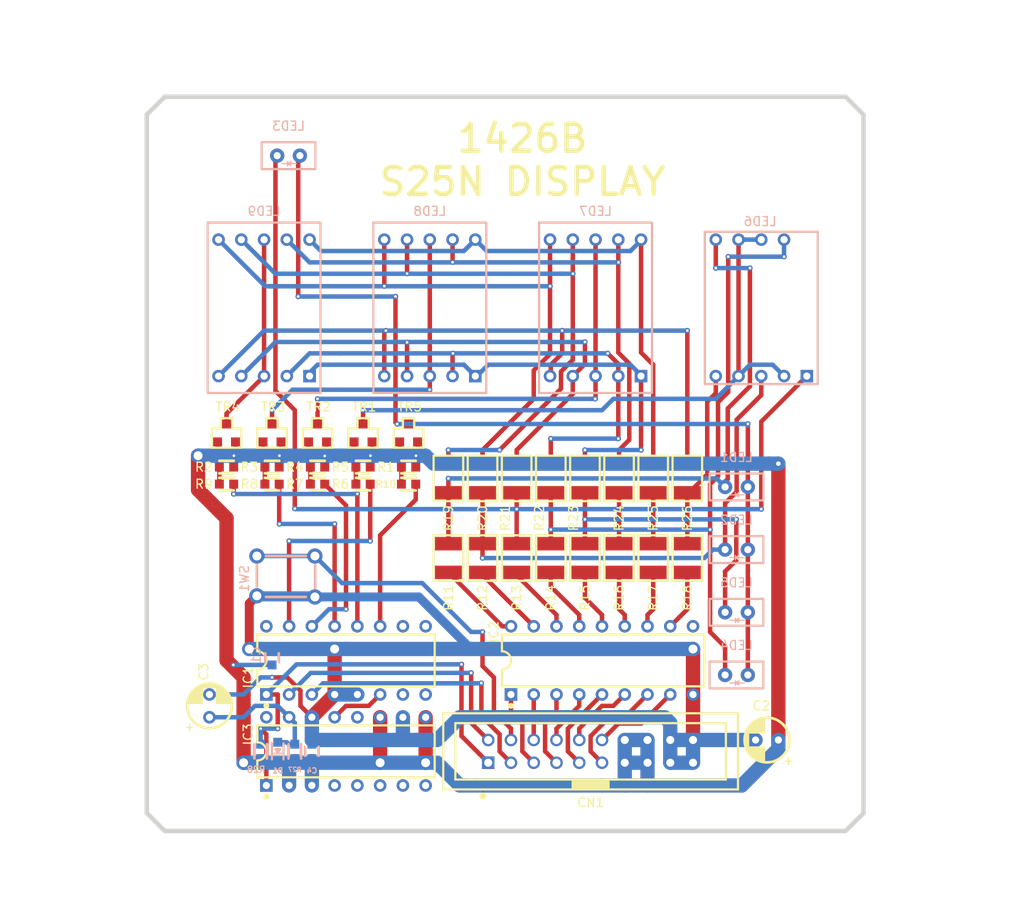
<source format=kicad_pcb>
(kicad_pcb (version 20171130) (host pcbnew "(5.1.10)-1")

  (general
    (thickness 1.6)
    (drawings 29)
    (tracks 504)
    (zones 0)
    (modules 56)
    (nets 65)
  )

  (page A4)
  (layers
    (0 F.Cu signal)
    (31 B.Cu signal)
    (32 B.Adhes user)
    (33 F.Adhes user)
    (34 B.Paste user)
    (35 F.Paste user)
    (36 B.SilkS user)
    (37 F.SilkS user)
    (38 B.Mask user)
    (39 F.Mask user)
    (40 Dwgs.User user)
    (41 Cmts.User user)
    (42 Eco1.User user)
    (43 Eco2.User user)
    (44 Edge.Cuts user)
    (45 Margin user)
    (46 B.CrtYd user)
    (47 F.CrtYd user)
    (48 B.Fab user hide)
    (49 F.Fab user hide)
  )

  (setup
    (last_trace_width 0.5)
    (user_trace_width 0.5)
    (user_trace_width 1)
    (user_trace_width 1.6)
    (user_trace_width 2)
    (trace_clearance 0.2)
    (zone_clearance 0.508)
    (zone_45_only no)
    (trace_min 0.2)
    (via_size 0.8)
    (via_drill 0.4)
    (via_min_size 0.4)
    (via_min_drill 0.3)
    (user_via 0.6 0.3)
    (user_via 1 0.5)
    (user_via 1.6 1)
    (uvia_size 0.3)
    (uvia_drill 0.1)
    (uvias_allowed no)
    (uvia_min_size 0.2)
    (uvia_min_drill 0.1)
    (edge_width 0.05)
    (segment_width 0.2)
    (pcb_text_width 0.3)
    (pcb_text_size 1.5 1.5)
    (mod_edge_width 0.12)
    (mod_text_size 1 1)
    (mod_text_width 0.15)
    (pad_size 3.5 3.5)
    (pad_drill 3.5)
    (pad_to_mask_clearance 0)
    (aux_axis_origin 0 0)
    (visible_elements 7FFFFFFF)
    (pcbplotparams
      (layerselection 0x010fc_ffffffff)
      (usegerberextensions false)
      (usegerberattributes true)
      (usegerberadvancedattributes true)
      (creategerberjobfile true)
      (excludeedgelayer true)
      (linewidth 0.100000)
      (plotframeref false)
      (viasonmask false)
      (mode 1)
      (useauxorigin false)
      (hpglpennumber 1)
      (hpglpenspeed 20)
      (hpglpendiameter 15.000000)
      (psnegative false)
      (psa4output false)
      (plotreference true)
      (plotvalue true)
      (plotinvisibletext false)
      (padsonsilk false)
      (subtractmaskfromsilk false)
      (outputformat 1)
      (mirror false)
      (drillshape 1)
      (scaleselection 1)
      (outputdirectory ""))
  )

  (net 0 "")
  (net 1 GND)
  (net 2 VCC)
  (net 3 "Net-(C3-Pad1)")
  (net 4 "Net-(CN1-Pad12)")
  (net 5 /COL2)
  (net 6 "Net-(CN1-Pad8)")
  (net 7 /MODE)
  (net 8 "Net-(CN1-Pad9)")
  (net 9 "Net-(CN1-Pad11)")
  (net 10 /COL1)
  (net 11 "Net-(CN1-Pad6)")
  (net 12 "Net-(CN1-Pad7)")
  (net 13 "Net-(CN1-Pad10)")
  (net 14 /COL0)
  (net 15 "Net-(CN1-Pad5)")
  (net 16 "Net-(IC1-Pad15)")
  (net 17 "Net-(IC1-Pad14)")
  (net 18 "Net-(IC1-Pad12)")
  (net 19 /G1)
  (net 20 "Net-(IC1-Pad13)")
  (net 21 "Net-(IC1-Pad9)")
  (net 22 "Net-(IC1-Pad10)")
  (net 23 "Net-(IC1-Pad7)")
  (net 24 "Net-(IC1-Pad11)")
  (net 25 "Net-(IC2-Pad15)")
  (net 26 "Net-(IC2-Pad10)")
  (net 27 "Net-(IC2-Pad13)")
  (net 28 "Net-(IC2-Pad11)")
  (net 29 "Net-(IC2-Pad14)")
  (net 30 "Net-(IC2-Pad16)")
  (net 31 "Net-(IC2-Pad12)")
  (net 32 "Net-(LED1-Pad2)")
  (net 33 "Net-(LED1-Pad1)")
  (net 34 "Net-(LED2-Pad2)")
  (net 35 "Net-(LED3-Pad2)")
  (net 36 "Net-(LED4-Pad2)")
  (net 37 "Net-(LED5-Pad2)")
  (net 38 "Net-(LED6-Pad2)")
  (net 39 "Net-(LED6-Pad5)")
  (net 40 "Net-(LED7-Pad10)")
  (net 41 "Net-(LED7-Pad2)")
  (net 42 "Net-(LED7-Pad4)")
  (net 43 "Net-(LED7-Pad9)")
  (net 44 "Net-(LED7-Pad6)")
  (net 45 "Net-(LED7-Pad1)")
  (net 46 "Net-(LED7-Pad7)")
  (net 47 "Net-(LED7-Pad5)")
  (net 48 "Net-(LED7-Pad3)")
  (net 49 "Net-(LED8-Pad3)")
  (net 50 "Net-(LED9-Pad3)")
  (net 51 "Net-(R1-Pad2)")
  (net 52 "Net-(R2-Pad2)")
  (net 53 "Net-(R3-Pad2)")
  (net 54 "Net-(R4-Pad2)")
  (net 55 "Net-(R5-Pad2)")
  (net 56 "Net-(R16-Pad2)")
  (net 57 "Net-(R17-Pad2)")
  (net 58 "Net-(IC3-Pad5)")
  (net 59 "Net-(IC3-Pad4)")
  (net 60 "Net-(IC3-Pad12)")
  (net 61 "Net-(IC3-Pad6)")
  (net 62 "Net-(IC3-Pad7)")
  (net 63 "Net-(IC2-Pad18)")
  (net 64 "Net-(IC2-Pad17)")

  (net_class Default "This is the default net class."
    (clearance 0.2)
    (trace_width 0.25)
    (via_dia 0.8)
    (via_drill 0.4)
    (uvia_dia 0.3)
    (uvia_drill 0.1)
    (add_net /COL0)
    (add_net /COL1)
    (add_net /COL2)
    (add_net /G1)
    (add_net /MODE)
    (add_net GND)
    (add_net "Net-(C3-Pad1)")
    (add_net "Net-(CN1-Pad10)")
    (add_net "Net-(CN1-Pad11)")
    (add_net "Net-(CN1-Pad12)")
    (add_net "Net-(CN1-Pad5)")
    (add_net "Net-(CN1-Pad6)")
    (add_net "Net-(CN1-Pad7)")
    (add_net "Net-(CN1-Pad8)")
    (add_net "Net-(CN1-Pad9)")
    (add_net "Net-(IC1-Pad10)")
    (add_net "Net-(IC1-Pad11)")
    (add_net "Net-(IC1-Pad12)")
    (add_net "Net-(IC1-Pad13)")
    (add_net "Net-(IC1-Pad14)")
    (add_net "Net-(IC1-Pad15)")
    (add_net "Net-(IC1-Pad7)")
    (add_net "Net-(IC1-Pad9)")
    (add_net "Net-(IC2-Pad10)")
    (add_net "Net-(IC2-Pad11)")
    (add_net "Net-(IC2-Pad12)")
    (add_net "Net-(IC2-Pad13)")
    (add_net "Net-(IC2-Pad14)")
    (add_net "Net-(IC2-Pad15)")
    (add_net "Net-(IC2-Pad16)")
    (add_net "Net-(IC2-Pad17)")
    (add_net "Net-(IC2-Pad18)")
    (add_net "Net-(IC3-Pad12)")
    (add_net "Net-(IC3-Pad4)")
    (add_net "Net-(IC3-Pad5)")
    (add_net "Net-(IC3-Pad6)")
    (add_net "Net-(IC3-Pad7)")
    (add_net "Net-(LED1-Pad1)")
    (add_net "Net-(LED1-Pad2)")
    (add_net "Net-(LED2-Pad2)")
    (add_net "Net-(LED3-Pad2)")
    (add_net "Net-(LED4-Pad2)")
    (add_net "Net-(LED5-Pad2)")
    (add_net "Net-(LED6-Pad2)")
    (add_net "Net-(LED6-Pad5)")
    (add_net "Net-(LED7-Pad1)")
    (add_net "Net-(LED7-Pad10)")
    (add_net "Net-(LED7-Pad2)")
    (add_net "Net-(LED7-Pad3)")
    (add_net "Net-(LED7-Pad4)")
    (add_net "Net-(LED7-Pad5)")
    (add_net "Net-(LED7-Pad6)")
    (add_net "Net-(LED7-Pad7)")
    (add_net "Net-(LED7-Pad9)")
    (add_net "Net-(LED8-Pad3)")
    (add_net "Net-(LED9-Pad3)")
    (add_net "Net-(R1-Pad2)")
    (add_net "Net-(R16-Pad2)")
    (add_net "Net-(R17-Pad2)")
    (add_net "Net-(R2-Pad2)")
    (add_net "Net-(R3-Pad2)")
    (add_net "Net-(R4-Pad2)")
    (add_net "Net-(R5-Pad2)")
    (add_net VCC)
  )

  (module led-OS:led_sq (layer B.Cu) (tedit 621D7B18) (tstamp 6219DD41)
    (at 220.75 112.71 180)
    (path /62217634)
    (fp_text reference LED1 (at 0 3.31) (layer B.SilkS)
      (effects (font (size 1 1) (thickness 0.15)) (justify mirror))
    )
    (fp_text value GREEN (at 0 4.31) (layer B.Fab)
      (effects (font (size 1 1) (thickness 0.15)) (justify mirror))
    )
    (fp_line (start -3 1.5) (end 3 1.5) (layer B.SilkS) (width 0.25))
    (fp_line (start 3 1.5) (end 3 -1.5) (layer B.SilkS) (width 0.25))
    (fp_line (start -3 -1.5) (end 3 -1.5) (layer B.SilkS) (width 0.25))
    (fp_line (start -3 1.5) (end -3 -1.5) (layer B.SilkS) (width 0.25))
    (fp_line (start 0.127 -0.889) (end -0.254 -1.143) (layer B.SilkS) (width 0.12))
    (fp_line (start 0.508 -0.889) (end 0.762 -0.889) (layer B.SilkS) (width 0.12))
    (fp_line (start 0.127 -1.143) (end 0.127 -0.889) (layer B.SilkS) (width 0.12))
    (fp_line (start 0.127 -0.889) (end 0.508 -0.889) (layer B.SilkS) (width 0.12))
    (fp_line (start 0.127 -0.635) (end 0.127 -1.143) (layer B.SilkS) (width 0.12))
    (fp_line (start -0.254 -1.143) (end -0.254 -0.889) (layer B.SilkS) (width 0.12))
    (fp_line (start -0.254 -0.635) (end 0.127 -0.889) (layer B.SilkS) (width 0.12))
    (fp_line (start -0.254 -0.889) (end -0.254 -0.635) (layer B.SilkS) (width 0.12))
    (fp_line (start -0.889 -0.889) (end -0.254 -0.889) (layer B.SilkS) (width 0.12))
    (fp_poly (pts (xy 0.127 -0.889) (xy -0.254 -1.143) (xy -0.254 -0.635)) (layer B.SilkS) (width 0.1))
    (pad 2 thru_hole circle (at 1.27 0 180) (size 1.6 1.6) (drill 0.8) (layers *.Cu *.Mask)
      (net 32 "Net-(LED1-Pad2)"))
    (pad 1 thru_hole circle (at -1.27 0 180) (size 1.6 1.6) (drill 0.8) (layers *.Cu *.Mask)
      (net 33 "Net-(LED1-Pad1)"))
  )

  (module led-OS:led_sq (layer B.Cu) (tedit 621D7B18) (tstamp 6219DD5F)
    (at 220.75 133.71 180)
    (path /621A2499)
    (fp_text reference LED4 (at 0 3.31) (layer B.SilkS)
      (effects (font (size 1 1) (thickness 0.15)) (justify mirror))
    )
    (fp_text value GREEN (at 0 4.31) (layer B.Fab)
      (effects (font (size 1 1) (thickness 0.15)) (justify mirror))
    )
    (fp_line (start -3 1.5) (end 3 1.5) (layer B.SilkS) (width 0.25))
    (fp_line (start 3 1.5) (end 3 -1.5) (layer B.SilkS) (width 0.25))
    (fp_line (start -3 -1.5) (end 3 -1.5) (layer B.SilkS) (width 0.25))
    (fp_line (start -3 1.5) (end -3 -1.5) (layer B.SilkS) (width 0.25))
    (fp_line (start 0.127 -0.889) (end -0.254 -1.143) (layer B.SilkS) (width 0.12))
    (fp_line (start 0.508 -0.889) (end 0.762 -0.889) (layer B.SilkS) (width 0.12))
    (fp_line (start 0.127 -1.143) (end 0.127 -0.889) (layer B.SilkS) (width 0.12))
    (fp_line (start 0.127 -0.889) (end 0.508 -0.889) (layer B.SilkS) (width 0.12))
    (fp_line (start 0.127 -0.635) (end 0.127 -1.143) (layer B.SilkS) (width 0.12))
    (fp_line (start -0.254 -1.143) (end -0.254 -0.889) (layer B.SilkS) (width 0.12))
    (fp_line (start -0.254 -0.635) (end 0.127 -0.889) (layer B.SilkS) (width 0.12))
    (fp_line (start -0.254 -0.889) (end -0.254 -0.635) (layer B.SilkS) (width 0.12))
    (fp_line (start -0.889 -0.889) (end -0.254 -0.889) (layer B.SilkS) (width 0.12))
    (fp_poly (pts (xy 0.127 -0.889) (xy -0.254 -1.143) (xy -0.254 -0.635)) (layer B.SilkS) (width 0.1))
    (pad 2 thru_hole circle (at 1.27 0 180) (size 1.6 1.6) (drill 0.8) (layers *.Cu *.Mask)
      (net 36 "Net-(LED4-Pad2)"))
    (pad 1 thru_hole circle (at -1.27 0 180) (size 1.6 1.6) (drill 0.8) (layers *.Cu *.Mask)
      (net 33 "Net-(LED1-Pad1)"))
  )

  (module led-OS:led_sq (layer B.Cu) (tedit 621D7B18) (tstamp 6219DD69)
    (at 220.75 126.71 180)
    (path /6218D2E9)
    (fp_text reference LED5 (at 0 3.31) (layer B.SilkS)
      (effects (font (size 1 1) (thickness 0.15)) (justify mirror))
    )
    (fp_text value GREEN (at 0 4.31) (layer B.Fab)
      (effects (font (size 1 1) (thickness 0.15)) (justify mirror))
    )
    (fp_line (start -3 1.5) (end 3 1.5) (layer B.SilkS) (width 0.25))
    (fp_line (start 3 1.5) (end 3 -1.5) (layer B.SilkS) (width 0.25))
    (fp_line (start -3 -1.5) (end 3 -1.5) (layer B.SilkS) (width 0.25))
    (fp_line (start -3 1.5) (end -3 -1.5) (layer B.SilkS) (width 0.25))
    (fp_line (start 0.127 -0.889) (end -0.254 -1.143) (layer B.SilkS) (width 0.12))
    (fp_line (start 0.508 -0.889) (end 0.762 -0.889) (layer B.SilkS) (width 0.12))
    (fp_line (start 0.127 -1.143) (end 0.127 -0.889) (layer B.SilkS) (width 0.12))
    (fp_line (start 0.127 -0.889) (end 0.508 -0.889) (layer B.SilkS) (width 0.12))
    (fp_line (start 0.127 -0.635) (end 0.127 -1.143) (layer B.SilkS) (width 0.12))
    (fp_line (start -0.254 -1.143) (end -0.254 -0.889) (layer B.SilkS) (width 0.12))
    (fp_line (start -0.254 -0.635) (end 0.127 -0.889) (layer B.SilkS) (width 0.12))
    (fp_line (start -0.254 -0.889) (end -0.254 -0.635) (layer B.SilkS) (width 0.12))
    (fp_line (start -0.889 -0.889) (end -0.254 -0.889) (layer B.SilkS) (width 0.12))
    (fp_poly (pts (xy 0.127 -0.889) (xy -0.254 -1.143) (xy -0.254 -0.635)) (layer B.SilkS) (width 0.1))
    (pad 2 thru_hole circle (at 1.27 0 180) (size 1.6 1.6) (drill 0.8) (layers *.Cu *.Mask)
      (net 37 "Net-(LED5-Pad2)"))
    (pad 1 thru_hole circle (at -1.27 0 180) (size 1.6 1.6) (drill 0.8) (layers *.Cu *.Mask)
      (net 33 "Net-(LED1-Pad1)"))
  )

  (module led-OS:led_sq (layer B.Cu) (tedit 621D7B18) (tstamp 6219DD4B)
    (at 220.75 119.71 180)
    (path /621A2A4A)
    (fp_text reference LED2 (at 0 3.31) (layer B.SilkS)
      (effects (font (size 1 1) (thickness 0.15)) (justify mirror))
    )
    (fp_text value GREEN (at 0 4.31) (layer B.Fab)
      (effects (font (size 1 1) (thickness 0.15)) (justify mirror))
    )
    (fp_line (start -3 1.5) (end 3 1.5) (layer B.SilkS) (width 0.25))
    (fp_line (start 3 1.5) (end 3 -1.5) (layer B.SilkS) (width 0.25))
    (fp_line (start -3 -1.5) (end 3 -1.5) (layer B.SilkS) (width 0.25))
    (fp_line (start -3 1.5) (end -3 -1.5) (layer B.SilkS) (width 0.25))
    (fp_line (start 0.127 -0.889) (end -0.254 -1.143) (layer B.SilkS) (width 0.12))
    (fp_line (start 0.508 -0.889) (end 0.762 -0.889) (layer B.SilkS) (width 0.12))
    (fp_line (start 0.127 -1.143) (end 0.127 -0.889) (layer B.SilkS) (width 0.12))
    (fp_line (start 0.127 -0.889) (end 0.508 -0.889) (layer B.SilkS) (width 0.12))
    (fp_line (start 0.127 -0.635) (end 0.127 -1.143) (layer B.SilkS) (width 0.12))
    (fp_line (start -0.254 -1.143) (end -0.254 -0.889) (layer B.SilkS) (width 0.12))
    (fp_line (start -0.254 -0.635) (end 0.127 -0.889) (layer B.SilkS) (width 0.12))
    (fp_line (start -0.254 -0.889) (end -0.254 -0.635) (layer B.SilkS) (width 0.12))
    (fp_line (start -0.889 -0.889) (end -0.254 -0.889) (layer B.SilkS) (width 0.12))
    (fp_poly (pts (xy 0.127 -0.889) (xy -0.254 -1.143) (xy -0.254 -0.635)) (layer B.SilkS) (width 0.1))
    (pad 2 thru_hole circle (at 1.27 0 180) (size 1.6 1.6) (drill 0.8) (layers *.Cu *.Mask)
      (net 34 "Net-(LED2-Pad2)"))
    (pad 1 thru_hole circle (at -1.27 0 180) (size 1.6 1.6) (drill 0.8) (layers *.Cu *.Mask)
      (net 33 "Net-(LED1-Pad1)"))
  )

  (module led-OS:led_sq (layer B.Cu) (tedit 621D7B18) (tstamp 6219DD55)
    (at 170.75 75.71 180)
    (path /621A27D3)
    (fp_text reference LED3 (at 0 3.31) (layer B.SilkS)
      (effects (font (size 1 1) (thickness 0.15)) (justify mirror))
    )
    (fp_text value GREEN (at 0 4.31) (layer B.Fab)
      (effects (font (size 1 1) (thickness 0.15)) (justify mirror))
    )
    (fp_line (start -3 1.5) (end 3 1.5) (layer B.SilkS) (width 0.25))
    (fp_line (start 3 1.5) (end 3 -1.5) (layer B.SilkS) (width 0.25))
    (fp_line (start -3 -1.5) (end 3 -1.5) (layer B.SilkS) (width 0.25))
    (fp_line (start -3 1.5) (end -3 -1.5) (layer B.SilkS) (width 0.25))
    (fp_line (start 0.127 -0.889) (end -0.254 -1.143) (layer B.SilkS) (width 0.12))
    (fp_line (start 0.508 -0.889) (end 0.762 -0.889) (layer B.SilkS) (width 0.12))
    (fp_line (start 0.127 -1.143) (end 0.127 -0.889) (layer B.SilkS) (width 0.12))
    (fp_line (start 0.127 -0.889) (end 0.508 -0.889) (layer B.SilkS) (width 0.12))
    (fp_line (start 0.127 -0.635) (end 0.127 -1.143) (layer B.SilkS) (width 0.12))
    (fp_line (start -0.254 -1.143) (end -0.254 -0.889) (layer B.SilkS) (width 0.12))
    (fp_line (start -0.254 -0.635) (end 0.127 -0.889) (layer B.SilkS) (width 0.12))
    (fp_line (start -0.254 -0.889) (end -0.254 -0.635) (layer B.SilkS) (width 0.12))
    (fp_line (start -0.889 -0.889) (end -0.254 -0.889) (layer B.SilkS) (width 0.12))
    (fp_poly (pts (xy 0.127 -0.889) (xy -0.254 -1.143) (xy -0.254 -0.635)) (layer B.SilkS) (width 0.1))
    (pad 2 thru_hole circle (at 1.27 0 180) (size 1.6 1.6) (drill 0.8) (layers *.Cu *.Mask)
      (net 35 "Net-(LED3-Pad2)"))
    (pad 1 thru_hole circle (at -1.27 0 180) (size 1.6 1.6) (drill 0.8) (layers *.Cu *.Mask)
      (net 33 "Net-(LED1-Pad1)"))
  )

  (module 7segsLED_SA39-129RWB:LA601AB (layer B.Cu) (tedit 621D6323) (tstamp 621C7C39)
    (at 168.02 92.71 180)
    (path /62196E4C)
    (fp_text reference LED9 (at 0 10.795) (layer B.SilkS)
      (effects (font (size 1 1) (thickness 0.15)) (justify mirror))
    )
    (fp_text value LA601AB (at 0 -10.16) (layer B.Fab)
      (effects (font (size 1 1) (thickness 0.15)) (justify mirror))
    )
    (fp_line (start -6.3 9.5) (end -6.3 -9.5) (layer B.SilkS) (width 0.25))
    (fp_line (start -6.3 -9.5) (end 6.3 -9.5) (layer B.SilkS) (width 0.25))
    (fp_line (start -6.25 9.525) (end 6.3 9.525) (layer B.SilkS) (width 0.25))
    (fp_line (start 6.3 9.525) (end 6.3 -9.5) (layer B.SilkS) (width 0.25))
    (pad 10 thru_hole circle (at -5.08 7.62 180) (size 1.4 1.4) (drill 0.8) (layers *.Cu *.Mask)
      (net 40 "Net-(LED7-Pad10)"))
    (pad 2 thru_hole circle (at -2.54 -7.62 180) (size 1.4 1.4) (drill 0.8) (layers *.Cu *.Mask)
      (net 41 "Net-(LED7-Pad2)"))
    (pad 4 thru_hole circle (at 2.54 -7.62 180) (size 1.4 1.4) (drill 0.8) (layers *.Cu *.Mask)
      (net 42 "Net-(LED7-Pad4)"))
    (pad 9 thru_hole circle (at -2.54 7.62 180) (size 1.4 1.4) (drill 0.8) (layers *.Cu *.Mask)
      (net 43 "Net-(LED7-Pad9)"))
    (pad 6 thru_hole circle (at 5.08 7.62 180) (size 1.4 1.4) (drill 0.8) (layers *.Cu *.Mask)
      (net 44 "Net-(LED7-Pad6)"))
    (pad 1 thru_hole rect (at -5.08 -7.62 180) (size 1.4 1.4) (drill 0.8) (layers *.Cu *.Mask)
      (net 45 "Net-(LED7-Pad1)"))
    (pad 7 thru_hole circle (at 2.54 7.62 180) (size 1.4 1.4) (drill 0.8) (layers *.Cu *.Mask)
      (net 46 "Net-(LED7-Pad7)"))
    (pad 5 thru_hole circle (at 5.08 -7.62 180) (size 1.4 1.4) (drill 0.8) (layers *.Cu *.Mask)
      (net 47 "Net-(LED7-Pad5)"))
    (pad 8 thru_hole circle (at 0 7.62 180) (size 1.4 1.4) (drill 0.8) (layers *.Cu *.Mask)
      (net 50 "Net-(LED9-Pad3)"))
    (pad 3 thru_hole circle (at 0 -7.62 180) (size 1.4 1.4) (drill 0.8) (layers *.Cu *.Mask)
      (net 50 "Net-(LED9-Pad3)"))
  )

  (module 7segsLED_SA39-129RWB:LA601AB (layer B.Cu) (tedit 621D6323) (tstamp 6219DD9E)
    (at 186.52 92.71 180)
    (path /621988B8)
    (fp_text reference LED8 (at 0 10.795) (layer B.SilkS)
      (effects (font (size 1 1) (thickness 0.15)) (justify mirror))
    )
    (fp_text value LA601AB (at 0 -10.16) (layer B.Fab)
      (effects (font (size 1 1) (thickness 0.15)) (justify mirror))
    )
    (fp_line (start -6.3 9.5) (end -6.3 -9.5) (layer B.SilkS) (width 0.25))
    (fp_line (start -6.3 -9.5) (end 6.3 -9.5) (layer B.SilkS) (width 0.25))
    (fp_line (start -6.25 9.525) (end 6.3 9.525) (layer B.SilkS) (width 0.25))
    (fp_line (start 6.3 9.525) (end 6.3 -9.5) (layer B.SilkS) (width 0.25))
    (pad 10 thru_hole circle (at -5.08 7.62 180) (size 1.4 1.4) (drill 0.8) (layers *.Cu *.Mask)
      (net 40 "Net-(LED7-Pad10)"))
    (pad 2 thru_hole circle (at -2.54 -7.62 180) (size 1.4 1.4) (drill 0.8) (layers *.Cu *.Mask)
      (net 41 "Net-(LED7-Pad2)"))
    (pad 4 thru_hole circle (at 2.54 -7.62 180) (size 1.4 1.4) (drill 0.8) (layers *.Cu *.Mask)
      (net 42 "Net-(LED7-Pad4)"))
    (pad 9 thru_hole circle (at -2.54 7.62 180) (size 1.4 1.4) (drill 0.8) (layers *.Cu *.Mask)
      (net 43 "Net-(LED7-Pad9)"))
    (pad 6 thru_hole circle (at 5.08 7.62 180) (size 1.4 1.4) (drill 0.8) (layers *.Cu *.Mask)
      (net 44 "Net-(LED7-Pad6)"))
    (pad 1 thru_hole rect (at -5.08 -7.62 180) (size 1.4 1.4) (drill 0.8) (layers *.Cu *.Mask)
      (net 45 "Net-(LED7-Pad1)"))
    (pad 7 thru_hole circle (at 2.54 7.62 180) (size 1.4 1.4) (drill 0.8) (layers *.Cu *.Mask)
      (net 46 "Net-(LED7-Pad7)"))
    (pad 5 thru_hole circle (at 5.08 -7.62 180) (size 1.4 1.4) (drill 0.8) (layers *.Cu *.Mask)
      (net 47 "Net-(LED7-Pad5)"))
    (pad 8 thru_hole circle (at 0 7.62 180) (size 1.4 1.4) (drill 0.8) (layers *.Cu *.Mask)
      (net 49 "Net-(LED8-Pad3)"))
    (pad 3 thru_hole circle (at 0 -7.62 180) (size 1.4 1.4) (drill 0.8) (layers *.Cu *.Mask)
      (net 49 "Net-(LED8-Pad3)"))
  )

  (module 7segsLED_SA39-129RWB:LA601AB (layer B.Cu) (tedit 621D6323) (tstamp 621A313D)
    (at 205.02 92.71 180)
    (path /621997F0)
    (fp_text reference LED7 (at 0 10.795) (layer B.SilkS)
      (effects (font (size 1 1) (thickness 0.15)) (justify mirror))
    )
    (fp_text value LA601AB (at 0 -10.16) (layer B.Fab)
      (effects (font (size 1 1) (thickness 0.15)) (justify mirror))
    )
    (fp_line (start -6.3 9.5) (end -6.3 -9.5) (layer B.SilkS) (width 0.25))
    (fp_line (start -6.3 -9.5) (end 6.3 -9.5) (layer B.SilkS) (width 0.25))
    (fp_line (start -6.25 9.525) (end 6.3 9.525) (layer B.SilkS) (width 0.25))
    (fp_line (start 6.3 9.525) (end 6.3 -9.5) (layer B.SilkS) (width 0.25))
    (pad 10 thru_hole circle (at -5.08 7.62 180) (size 1.4 1.4) (drill 0.8) (layers *.Cu *.Mask)
      (net 40 "Net-(LED7-Pad10)"))
    (pad 2 thru_hole circle (at -2.54 -7.62 180) (size 1.4 1.4) (drill 0.8) (layers *.Cu *.Mask)
      (net 41 "Net-(LED7-Pad2)"))
    (pad 4 thru_hole circle (at 2.54 -7.62 180) (size 1.4 1.4) (drill 0.8) (layers *.Cu *.Mask)
      (net 42 "Net-(LED7-Pad4)"))
    (pad 9 thru_hole circle (at -2.54 7.62 180) (size 1.4 1.4) (drill 0.8) (layers *.Cu *.Mask)
      (net 43 "Net-(LED7-Pad9)"))
    (pad 6 thru_hole circle (at 5.08 7.62 180) (size 1.4 1.4) (drill 0.8) (layers *.Cu *.Mask)
      (net 44 "Net-(LED7-Pad6)"))
    (pad 1 thru_hole rect (at -5.08 -7.62 180) (size 1.4 1.4) (drill 0.8) (layers *.Cu *.Mask)
      (net 45 "Net-(LED7-Pad1)"))
    (pad 7 thru_hole circle (at 2.54 7.62 180) (size 1.4 1.4) (drill 0.8) (layers *.Cu *.Mask)
      (net 46 "Net-(LED7-Pad7)"))
    (pad 5 thru_hole circle (at 5.08 -7.62 180) (size 1.4 1.4) (drill 0.8) (layers *.Cu *.Mask)
      (net 47 "Net-(LED7-Pad5)"))
    (pad 8 thru_hole circle (at 0 7.62 180) (size 1.4 1.4) (drill 0.8) (layers *.Cu *.Mask)
      (net 48 "Net-(LED7-Pad3)"))
    (pad 3 thru_hole circle (at 0 -7.62 180) (size 1.4 1.4) (drill 0.8) (layers *.Cu *.Mask)
      (net 48 "Net-(LED7-Pad3)"))
  )

  (module MountingHole:MountingHole_3.5mm (layer F.Cu) (tedit 56D1B4CB) (tstamp 621C4E77)
    (at 160.02 74.05)
    (descr "Mounting Hole 3.5mm, no annular")
    (tags "mounting hole 3.5mm no annular")
    (attr virtual)
    (fp_text reference REF** (at 0 -4.5) (layer F.SilkS) hide
      (effects (font (size 1 1) (thickness 0.15)))
    )
    (fp_text value MountingHole_3.5mm (at 0 4.5) (layer F.Fab)
      (effects (font (size 1 1) (thickness 0.15)))
    )
    (fp_circle (center 0 0) (end 3.75 0) (layer F.CrtYd) (width 0.05))
    (fp_circle (center 0 0) (end 3.5 0) (layer Cmts.User) (width 0.15))
    (fp_text user %R (at 0.3 0) (layer F.Fab)
      (effects (font (size 1 1) (thickness 0.15)))
    )
    (pad 1 np_thru_hole circle (at 0 0) (size 3.5 3.5) (drill 3.5) (layers *.Cu *.Mask))
  )

  (module MountingHole:MountingHole_3.5mm (layer F.Cu) (tedit 56D1B4CB) (tstamp 621C4F1D)
    (at 230.02 74.05)
    (descr "Mounting Hole 3.5mm, no annular")
    (tags "mounting hole 3.5mm no annular")
    (attr virtual)
    (fp_text reference REF** (at 0 -4.5) (layer F.SilkS) hide
      (effects (font (size 1 1) (thickness 0.15)))
    )
    (fp_text value MountingHole_3.5mm (at 0 4.5) (layer F.Fab)
      (effects (font (size 1 1) (thickness 0.15)))
    )
    (fp_circle (center 0 0) (end 3.75 0) (layer F.CrtYd) (width 0.05))
    (fp_circle (center 0 0) (end 3.5 0) (layer Cmts.User) (width 0.15))
    (fp_text user %R (at 0.3 0) (layer F.Fab)
      (effects (font (size 1 1) (thickness 0.15)))
    )
    (pad 1 np_thru_hole circle (at 0 0) (size 3.5 3.5) (drill 3.5) (layers *.Cu *.Mask))
  )

  (module MountingHole:MountingHole_3.5mm (layer F.Cu) (tedit 621C7D9A) (tstamp 621C6250)
    (at 160.02 146.05)
    (descr "Mounting Hole 3.5mm, no annular")
    (tags "mounting hole 3.5mm no annular")
    (attr virtual)
    (fp_text reference REF** (at 0 -4.5) (layer F.SilkS) hide
      (effects (font (size 1 1) (thickness 0.15)))
    )
    (fp_text value MountingHole_3.5mm (at 0 4.5) (layer F.Fab)
      (effects (font (size 1 1) (thickness 0.15)))
    )
    (fp_circle (center 0 0) (end 3.75 0) (layer F.CrtYd) (width 0.05))
    (fp_circle (center 0 0) (end 3.5 0) (layer Cmts.User) (width 0.15))
    (fp_text user %R (at 0.3 0) (layer F.Fab)
      (effects (font (size 1 1) (thickness 0.15)))
    )
    (pad "" np_thru_hole circle (at 0 0) (size 3.5 3.5) (drill 3.5) (layers *.Cu *.Mask))
  )

  (module MountingHole:MountingHole_3.5mm (layer F.Cu) (tedit 56D1B4CB) (tstamp 621C8103)
    (at 230.02 146.05)
    (descr "Mounting Hole 3.5mm, no annular")
    (tags "mounting hole 3.5mm no annular")
    (attr virtual)
    (fp_text reference REF** (at 0 -4.5) (layer F.SilkS) hide
      (effects (font (size 1 1) (thickness 0.15)))
    )
    (fp_text value MountingHole_3.5mm (at 0 4.5) (layer F.Fab)
      (effects (font (size 1 1) (thickness 0.15)))
    )
    (fp_circle (center 0 0) (end 3.75 0) (layer F.CrtYd) (width 0.05))
    (fp_circle (center 0 0) (end 3.5 0) (layer Cmts.User) (width 0.15))
    (fp_text user %R (at 0.3 0) (layer F.Fab)
      (effects (font (size 1 1) (thickness 0.15)))
    )
    (pad 1 np_thru_hole circle (at 0 0) (size 3.5 3.5) (drill 3.5) (layers *.Cu *.Mask))
  )

  (module 74HC161AP:74HC161AP (layer F.Cu) (tedit 620DA5BD) (tstamp 621C67A8)
    (at 177.165 132.08 90)
    (path /623B32FC)
    (fp_text reference IC1 (at -1.905 -10.93 90) (layer F.SilkS)
      (effects (font (size 1 1) (thickness 0.15)))
    )
    (fp_text value 74HC138 (at 0 -11.93 90) (layer F.Fab)
      (effects (font (size 1 1) (thickness 0.15)))
    )
    (fp_line (start -2.9 9.9) (end -2.9 -9.9) (layer F.SilkS) (width 0.25))
    (fp_line (start 1.016 -9.9) (end 2.9 -9.9) (layer F.SilkS) (width 0.25))
    (fp_line (start 2.9 9.9) (end 2.9 -9.9) (layer F.SilkS) (width 0.25))
    (fp_line (start -2.9 -9.9) (end -1.016 -9.9) (layer F.SilkS) (width 0.25))
    (fp_line (start -2.9 9.9) (end 2.9 9.9) (layer F.SilkS) (width 0.25))
    (fp_poly (pts (xy -4.88 -8.89) (xy -5.08 -8.69) (xy -5.28 -8.89) (xy -5.08 -9.09)) (layer F.SilkS) (width 0.1))
    (fp_circle (center -5.08 -8.89) (end -4.88 -8.89) (layer F.SilkS) (width 0.25))
    (fp_arc (start 0 -9.9) (end -1.016 -9.9) (angle -180) (layer F.SilkS) (width 0.25))
    (pad 16 thru_hole circle (at 3.81 -8.89 90) (size 1.4 1.4) (drill 0.8) (layers *.Cu *.Mask))
    (pad 15 thru_hole circle (at 3.81 -6.35 90) (size 1.4 1.4) (drill 0.8) (layers *.Cu *.Mask)
      (net 16 "Net-(IC1-Pad15)"))
    (pad 5 thru_hole circle (at -3.81 1.27 90) (size 1.4 1.4) (drill 0.8) (layers *.Cu *.Mask)
      (net 1 GND))
    (pad 8 thru_hole circle (at -3.81 8.89 90) (size 1.4 1.4) (drill 0.8) (layers *.Cu *.Mask))
    (pad 4 thru_hole circle (at -3.81 -1.27 90) (size 1.4 1.4) (drill 0.8) (layers *.Cu *.Mask)
      (net 1 GND))
    (pad 2 thru_hole circle (at -3.81 -6.35 90) (size 1.4 1.4) (drill 0.8) (layers *.Cu *.Mask)
      (net 10 /COL1))
    (pad 1 thru_hole rect (at -3.81 -8.89 90) (size 1.4 1.4) (drill 0.8) (layers *.Cu *.Mask)
      (net 14 /COL0))
    (pad 14 thru_hole circle (at 3.81 -3.81 90) (size 1.4 1.4) (drill 0.8) (layers *.Cu *.Mask)
      (net 17 "Net-(IC1-Pad14)"))
    (pad 12 thru_hole circle (at 3.81 1.27 90) (size 1.4 1.4) (drill 0.8) (layers *.Cu *.Mask)
      (net 18 "Net-(IC1-Pad12)"))
    (pad 6 thru_hole circle (at -3.81 3.81 90) (size 1.4 1.4) (drill 0.8) (layers *.Cu *.Mask)
      (net 19 /G1))
    (pad 3 thru_hole circle (at -3.81 -3.81 90) (size 1.4 1.4) (drill 0.8) (layers *.Cu *.Mask)
      (net 5 /COL2))
    (pad 13 thru_hole circle (at 3.81 -1.27 90) (size 1.4 1.4) (drill 0.8) (layers *.Cu *.Mask)
      (net 20 "Net-(IC1-Pad13)"))
    (pad 9 thru_hole circle (at 3.81 8.89 90) (size 1.4 1.4) (drill 0.8) (layers *.Cu *.Mask)
      (net 21 "Net-(IC1-Pad9)"))
    (pad 10 thru_hole circle (at 3.81 6.35 90) (size 1.4 1.4) (drill 0.8) (layers *.Cu *.Mask)
      (net 22 "Net-(IC1-Pad10)"))
    (pad 7 thru_hole circle (at -3.81 6.35 90) (size 1.4 1.4) (drill 0.8) (layers *.Cu *.Mask)
      (net 23 "Net-(IC1-Pad7)"))
    (pad 11 thru_hole circle (at 3.81 3.81 90) (size 1.4 1.4) (drill 0.8) (layers *.Cu *.Mask)
      (net 24 "Net-(IC1-Pad11)"))
  )

  (module 74HC161AP:74HC161AP (layer F.Cu) (tedit 620DA5BD) (tstamp 621CB437)
    (at 177.165 142.24 90)
    (path /623AE105)
    (fp_text reference IC3 (at 1.905 -10.93 90) (layer F.SilkS)
      (effects (font (size 1 1) (thickness 0.15)))
    )
    (fp_text value 74HC123 (at 0 -11.93 90) (layer F.Fab)
      (effects (font (size 1 1) (thickness 0.15)))
    )
    (fp_line (start -2.9 9.9) (end -2.9 -9.9) (layer F.SilkS) (width 0.25))
    (fp_line (start 1.016 -9.9) (end 2.9 -9.9) (layer F.SilkS) (width 0.25))
    (fp_line (start 2.9 9.9) (end 2.9 -9.9) (layer F.SilkS) (width 0.25))
    (fp_line (start -2.9 -9.9) (end -1.016 -9.9) (layer F.SilkS) (width 0.25))
    (fp_line (start -2.9 9.9) (end 2.9 9.9) (layer F.SilkS) (width 0.25))
    (fp_poly (pts (xy -4.88 -8.89) (xy -5.08 -8.69) (xy -5.28 -8.89) (xy -5.08 -9.09)) (layer F.SilkS) (width 0.1))
    (fp_circle (center -5.08 -8.89) (end -4.88 -8.89) (layer F.SilkS) (width 0.25))
    (fp_arc (start 0 -9.9) (end -1.016 -9.9) (angle -180) (layer F.SilkS) (width 0.25))
    (pad 16 thru_hole circle (at 3.81 -8.89 90) (size 1.4 1.4) (drill 0.8) (layers *.Cu *.Mask))
    (pad 15 thru_hole circle (at 3.81 -6.35 90) (size 1.4 1.4) (drill 0.8) (layers *.Cu *.Mask)
      (net 3 "Net-(C3-Pad1)"))
    (pad 5 thru_hole circle (at -3.81 1.27 90) (size 1.4 1.4) (drill 0.8) (layers *.Cu *.Mask)
      (net 58 "Net-(IC3-Pad5)"))
    (pad 8 thru_hole circle (at -3.81 8.89 90) (size 1.4 1.4) (drill 0.8) (layers *.Cu *.Mask))
    (pad 4 thru_hole circle (at -3.81 -1.27 90) (size 1.4 1.4) (drill 0.8) (layers *.Cu *.Mask)
      (net 59 "Net-(IC3-Pad4)"))
    (pad 2 thru_hole circle (at -3.81 -6.35 90) (size 1.4 1.4) (drill 0.8) (layers *.Cu *.Mask)
      (net 2 VCC))
    (pad 1 thru_hole rect (at -3.81 -8.89 90) (size 1.4 1.4) (drill 0.8) (layers *.Cu *.Mask)
      (net 14 /COL0))
    (pad 14 thru_hole circle (at 3.81 -3.81 90) (size 1.4 1.4) (drill 0.8) (layers *.Cu *.Mask)
      (net 1 GND))
    (pad 12 thru_hole circle (at 3.81 1.27 90) (size 1.4 1.4) (drill 0.8) (layers *.Cu *.Mask)
      (net 60 "Net-(IC3-Pad12)"))
    (pad 6 thru_hole circle (at -3.81 3.81 90) (size 1.4 1.4) (drill 0.8) (layers *.Cu *.Mask)
      (net 61 "Net-(IC3-Pad6)"))
    (pad 3 thru_hole circle (at -3.81 -3.81 90) (size 1.4 1.4) (drill 0.8) (layers *.Cu *.Mask)
      (net 2 VCC))
    (pad 13 thru_hole circle (at 3.81 -1.27 90) (size 1.4 1.4) (drill 0.8) (layers *.Cu *.Mask)
      (net 19 /G1))
    (pad 9 thru_hole circle (at 3.81 8.89 90) (size 1.4 1.4) (drill 0.8) (layers *.Cu *.Mask)
      (net 2 VCC))
    (pad 10 thru_hole circle (at 3.81 6.35 90) (size 1.4 1.4) (drill 0.8) (layers *.Cu *.Mask)
      (net 1 GND))
    (pad 7 thru_hole circle (at -3.81 6.35 90) (size 1.4 1.4) (drill 0.8) (layers *.Cu *.Mask)
      (net 62 "Net-(IC3-Pad7)"))
    (pad 11 thru_hole circle (at 3.81 3.81 90) (size 1.4 1.4) (drill 0.8) (layers *.Cu *.Mask)
      (net 2 VCC))
  )

  (module MOSFET:SSM3J334R (layer F.Cu) (tedit 62187487) (tstamp 621C9C2C)
    (at 184.15 106.68)
    (path /62220B6E)
    (fp_text reference TR5 (at 0.127 -2.921) (layer F.SilkS)
      (effects (font (size 1 1) (thickness 0.15)))
    )
    (fp_text value SSM3J334R (at 0 2.921) (layer F.Fab)
      (effects (font (size 1 1) (thickness 0.15)))
    )
    (fp_line (start -1.651 1.651) (end -1.651 -0.508) (layer F.SilkS) (width 0.25))
    (fp_line (start -1.651 1.651) (end 1.651 1.651) (layer F.SilkS) (width 0.25))
    (fp_line (start 1.651 1.651) (end 1.651 -0.508) (layer F.SilkS) (width 0.25))
    (fp_line (start -1.651 -0.508) (end -0.635 -0.508) (layer F.SilkS) (width 0.25))
    (fp_line (start -0.635 -0.508) (end -0.635 -1.651) (layer F.SilkS) (width 0.25))
    (fp_line (start -0.635 -1.651) (end 0.635 -1.651) (layer F.SilkS) (width 0.25))
    (fp_line (start 0.635 -1.651) (end 0.635 -0.508) (layer F.SilkS) (width 0.25))
    (fp_line (start 0.635 -0.508) (end 1.651 -0.508) (layer F.SilkS) (width 0.25))
    (pad 3 smd rect (at 0 -1) (size 1 1) (layers F.Cu F.Paste F.Mask)
      (net 33 "Net-(LED1-Pad1)"))
    (pad 1 smd rect (at -1 1) (size 1 1) (layers F.Cu F.Paste F.Mask)
      (net 51 "Net-(R1-Pad2)"))
    (pad 2 smd rect (at 1 1) (size 1 1) (layers F.Cu F.Paste F.Mask)
      (net 2 VCC))
  )

  (module MOSFET:SSM3J334R (layer F.Cu) (tedit 62187487) (tstamp 621C9BAE)
    (at 163.83 106.68)
    (path /62212E33)
    (fp_text reference TR4 (at 0.127 -2.921 180) (layer F.SilkS)
      (effects (font (size 1 1) (thickness 0.15)))
    )
    (fp_text value SSM3J334R (at 0 2.921 180) (layer F.Fab)
      (effects (font (size 1 1) (thickness 0.15)))
    )
    (fp_line (start -1.651 1.651) (end -1.651 -0.508) (layer F.SilkS) (width 0.25))
    (fp_line (start -1.651 1.651) (end 1.651 1.651) (layer F.SilkS) (width 0.25))
    (fp_line (start 1.651 1.651) (end 1.651 -0.508) (layer F.SilkS) (width 0.25))
    (fp_line (start -1.651 -0.508) (end -0.635 -0.508) (layer F.SilkS) (width 0.25))
    (fp_line (start -0.635 -0.508) (end -0.635 -1.651) (layer F.SilkS) (width 0.25))
    (fp_line (start -0.635 -1.651) (end 0.635 -1.651) (layer F.SilkS) (width 0.25))
    (fp_line (start 0.635 -1.651) (end 0.635 -0.508) (layer F.SilkS) (width 0.25))
    (fp_line (start 0.635 -0.508) (end 1.651 -0.508) (layer F.SilkS) (width 0.25))
    (pad 3 smd rect (at 0 -1) (size 1 1) (layers F.Cu F.Paste F.Mask)
      (net 50 "Net-(LED9-Pad3)"))
    (pad 1 smd rect (at -1 1) (size 1 1) (layers F.Cu F.Paste F.Mask)
      (net 52 "Net-(R2-Pad2)"))
    (pad 2 smd rect (at 1 1) (size 1 1) (layers F.Cu F.Paste F.Mask)
      (net 2 VCC))
  )

  (module MOSFET:SSM3J334R (layer F.Cu) (tedit 62187487) (tstamp 621C9B84)
    (at 168.91 106.68)
    (path /62276EAD)
    (fp_text reference TR3 (at 0.127 -2.921) (layer F.SilkS)
      (effects (font (size 1 1) (thickness 0.15)))
    )
    (fp_text value SSM3J334R (at 0 2.921) (layer F.Fab)
      (effects (font (size 1 1) (thickness 0.15)))
    )
    (fp_line (start -1.651 1.651) (end -1.651 -0.508) (layer F.SilkS) (width 0.25))
    (fp_line (start -1.651 1.651) (end 1.651 1.651) (layer F.SilkS) (width 0.25))
    (fp_line (start 1.651 1.651) (end 1.651 -0.508) (layer F.SilkS) (width 0.25))
    (fp_line (start -1.651 -0.508) (end -0.635 -0.508) (layer F.SilkS) (width 0.25))
    (fp_line (start -0.635 -0.508) (end -0.635 -1.651) (layer F.SilkS) (width 0.25))
    (fp_line (start -0.635 -1.651) (end 0.635 -1.651) (layer F.SilkS) (width 0.25))
    (fp_line (start 0.635 -1.651) (end 0.635 -0.508) (layer F.SilkS) (width 0.25))
    (fp_line (start 0.635 -0.508) (end 1.651 -0.508) (layer F.SilkS) (width 0.25))
    (pad 3 smd rect (at 0 -1) (size 1 1) (layers F.Cu F.Paste F.Mask)
      (net 49 "Net-(LED8-Pad3)"))
    (pad 1 smd rect (at -1 1) (size 1 1) (layers F.Cu F.Paste F.Mask)
      (net 53 "Net-(R3-Pad2)"))
    (pad 2 smd rect (at 1 1) (size 1 1) (layers F.Cu F.Paste F.Mask)
      (net 2 VCC))
  )

  (module MOSFET:SSM3J334R (layer F.Cu) (tedit 62187487) (tstamp 621C9C9F)
    (at 173.99 106.68)
    (path /621F6FB1)
    (fp_text reference TR2 (at 0.127 -2.921) (layer F.SilkS)
      (effects (font (size 1 1) (thickness 0.15)))
    )
    (fp_text value SSM3J334R (at 0 2.921) (layer F.Fab)
      (effects (font (size 1 1) (thickness 0.15)))
    )
    (fp_line (start -1.651 1.651) (end -1.651 -0.508) (layer F.SilkS) (width 0.25))
    (fp_line (start -1.651 1.651) (end 1.651 1.651) (layer F.SilkS) (width 0.25))
    (fp_line (start 1.651 1.651) (end 1.651 -0.508) (layer F.SilkS) (width 0.25))
    (fp_line (start -1.651 -0.508) (end -0.635 -0.508) (layer F.SilkS) (width 0.25))
    (fp_line (start -0.635 -0.508) (end -0.635 -1.651) (layer F.SilkS) (width 0.25))
    (fp_line (start -0.635 -1.651) (end 0.635 -1.651) (layer F.SilkS) (width 0.25))
    (fp_line (start 0.635 -1.651) (end 0.635 -0.508) (layer F.SilkS) (width 0.25))
    (fp_line (start 0.635 -0.508) (end 1.651 -0.508) (layer F.SilkS) (width 0.25))
    (pad 3 smd rect (at 0 -1) (size 1 1) (layers F.Cu F.Paste F.Mask)
      (net 48 "Net-(LED7-Pad3)"))
    (pad 1 smd rect (at -1 1) (size 1 1) (layers F.Cu F.Paste F.Mask)
      (net 54 "Net-(R4-Pad2)"))
    (pad 2 smd rect (at 1 1) (size 1 1) (layers F.Cu F.Paste F.Mask)
      (net 2 VCC))
  )

  (module MOSFET:SSM3J334R (layer F.Cu) (tedit 62187487) (tstamp 621C9C02)
    (at 179.07 106.68)
    (path /621E557C)
    (fp_text reference TR1 (at 0.127 -2.921) (layer F.SilkS)
      (effects (font (size 1 1) (thickness 0.15)))
    )
    (fp_text value SSM3J334R (at 0 2.921) (layer F.Fab)
      (effects (font (size 1 1) (thickness 0.15)))
    )
    (fp_line (start -1.651 1.651) (end -1.651 -0.508) (layer F.SilkS) (width 0.25))
    (fp_line (start -1.651 1.651) (end 1.651 1.651) (layer F.SilkS) (width 0.25))
    (fp_line (start 1.651 1.651) (end 1.651 -0.508) (layer F.SilkS) (width 0.25))
    (fp_line (start -1.651 -0.508) (end -0.635 -0.508) (layer F.SilkS) (width 0.25))
    (fp_line (start -0.635 -0.508) (end -0.635 -1.651) (layer F.SilkS) (width 0.25))
    (fp_line (start -0.635 -1.651) (end 0.635 -1.651) (layer F.SilkS) (width 0.25))
    (fp_line (start 0.635 -1.651) (end 0.635 -0.508) (layer F.SilkS) (width 0.25))
    (fp_line (start 0.635 -0.508) (end 1.651 -0.508) (layer F.SilkS) (width 0.25))
    (pad 3 smd rect (at 0 -1) (size 1 1) (layers F.Cu F.Paste F.Mask)
      (net 38 "Net-(LED6-Pad2)"))
    (pad 1 smd rect (at -1 1) (size 1 1) (layers F.Cu F.Paste F.Mask)
      (net 55 "Net-(R5-Pad2)"))
    (pad 2 smd rect (at 1 1) (size 1 1) (layers F.Cu F.Paste F.Mask)
      (net 2 VCC))
  )

  (module Switch_skhhby:SKHHBY (layer B.Cu) (tedit 621C1B21) (tstamp 621C16DC)
    (at 170.52 122.71 270)
    (path /6217F592)
    (fp_text reference SW1 (at 0.254 4.699 90) (layer B.SilkS)
      (effects (font (size 1 1) (thickness 0.15)) (justify mirror))
    )
    (fp_text value SKHHBY (at 0 -5.334 90) (layer B.Fab)
      (effects (font (size 1 1) (thickness 0.15)) (justify mirror))
    )
    (fp_line (start -1.27 3.302) (end 1.143 3.302) (layer B.SilkS) (width 0.3))
    (fp_line (start -2.286 2.286) (end -2.286 -2.159) (layer B.SilkS) (width 0.3))
    (fp_line (start 2.286 2.286) (end 2.286 -2.159) (layer B.SilkS) (width 0.3))
    (fp_line (start -1.27 -3.198) (end 1.27 -3.198) (layer B.SilkS) (width 0.3))
    (pad 4 thru_hole circle (at 2.286 -3.175 270) (size 1.7 1.7) (drill 1) (layers *.Cu *.Mask)
      (net 1 GND))
    (pad 2 thru_hole circle (at -2.286 -3.175 270) (size 1.7 1.7) (drill 1) (layers *.Cu *.Mask)
      (net 7 /MODE))
    (pad 3 thru_hole circle (at 2.159 3.302 270) (size 1.7 1.7) (drill 1) (layers *.Cu *.Mask)
      (net 1 GND))
    (pad 1 thru_hole circle (at -2.286 3.302 270) (size 1.7 1.7) (drill 1) (layers *.Cu *.Mask)
      (net 7 /MODE))
  )

  (module C_1608:C1608C0G1H682J (layer B.Cu) (tedit 620DF480) (tstamp 621CB491)
    (at 167.64 142.24 270)
    (path /621D46F5)
    (attr smd)
    (fp_text reference R28 (at 2.032 0.508 180) (layer B.SilkS)
      (effects (font (size 0.7 0.7) (thickness 0.15)) (justify mirror))
    )
    (fp_text value 10k (at 0 1.778 270) (layer B.Fab)
      (effects (font (size 1 1) (thickness 0.15)) (justify mirror))
    )
    (fp_line (start 0.8 0.7) (end -0.8 0.7) (layer B.SilkS) (width 0.3))
    (fp_line (start 0.8 -0.7) (end -0.8 -0.7) (layer B.SilkS) (width 0.3))
    (fp_line (start -0.8 -0.4) (end -0.8 0.4) (layer B.Fab) (width 0.1))
    (fp_text user " " (at 0 0 270) (layer B.SilkS)
      (effects (font (size 1.27 1.27) (thickness 0.15)) (justify mirror))
    )
    (pad 2 smd rect (at 0.8 0 270) (size 1 1) (layers B.Cu B.Paste B.Mask)
      (net 2 VCC))
    (pad 1 smd rect (at -0.8 0 270) (size 1 1) (layers B.Cu B.Paste B.Mask)
      (net 14 /COL0))
  )

  (module C_1608:C1608C0G1H682J (layer B.Cu) (tedit 620DF480) (tstamp 621CB476)
    (at 171.45 142.24 90)
    (path /621831D2)
    (attr smd)
    (fp_text reference R27 (at -2.032 0 180) (layer B.SilkS)
      (effects (font (size 0.5 0.5) (thickness 0.125)) (justify mirror))
    )
    (fp_text value 10k (at 0 1.778 270) (layer B.Fab)
      (effects (font (size 1 1) (thickness 0.15)) (justify mirror))
    )
    (fp_line (start 0.8 0.7) (end -0.8 0.7) (layer B.SilkS) (width 0.3))
    (fp_line (start 0.8 -0.7) (end -0.8 -0.7) (layer B.SilkS) (width 0.3))
    (fp_line (start -0.8 -0.4) (end -0.8 0.4) (layer B.Fab) (width 0.1))
    (fp_text user " " (at 0 0 270) (layer B.SilkS)
      (effects (font (size 1.27 1.27) (thickness 0.15)) (justify mirror))
    )
    (pad 2 smd rect (at 0.8 0 90) (size 1 1) (layers B.Cu B.Paste B.Mask)
      (net 3 "Net-(C3-Pad1)"))
    (pad 1 smd rect (at -0.8 0 90) (size 1 1) (layers B.Cu B.Paste B.Mask)
      (net 2 VCC))
  )

  (module R:RMCF1210 (layer F.Cu) (tedit 62188EA0) (tstamp 6219DEE4)
    (at 215.265 111.76 90)
    (path /62235A32)
    (fp_text reference R26 (at -4.445 0 90) (layer F.SilkS)
      (effects (font (size 1 1) (thickness 0.15)))
    )
    (fp_text value "820 1/2W" (at 0 2.667 90) (layer F.Fab)
      (effects (font (size 1 1) (thickness 0.15)))
    )
    (fp_line (start -1.73 1.38) (end -1.73 -1.38) (layer F.Fab) (width 0.127))
    (fp_line (start 1.73 1.38) (end 1.73 -1.38) (layer F.Fab) (width 0.127))
    (fp_line (start 2.54 -1.651) (end -2.54 -1.651) (layer F.SilkS) (width 0.25))
    (fp_line (start 2.54 1.651) (end -2.54 1.651) (layer F.SilkS) (width 0.25))
    (fp_line (start 2.54 -1.651) (end 2.54 1.524) (layer F.SilkS) (width 0.25))
    (fp_line (start 2.54 1.524) (end 2.54 1.651) (layer F.SilkS) (width 0.25))
    (fp_line (start -2.54 -1.651) (end -2.54 1.651) (layer F.SilkS) (width 0.25))
    (pad 1 smd rect (at -1.6 0 90) (size 1.5 3) (layers F.Cu F.Paste F.Mask)
      (net 39 "Net-(LED6-Pad5)"))
    (pad 2 smd rect (at 1.6 0 90) (size 1.5 3) (layers F.Cu F.Paste F.Mask)
      (net 47 "Net-(LED7-Pad5)"))
  )

  (module R:RMCF1210 (layer F.Cu) (tedit 62188EA0) (tstamp 6219DED7)
    (at 211.455 111.76 90)
    (path /62234AC6)
    (fp_text reference R25 (at -4.445 0 90) (layer F.SilkS)
      (effects (font (size 1 1) (thickness 0.15)))
    )
    (fp_text value "820 1/2W" (at 0 2.667 90) (layer F.Fab)
      (effects (font (size 1 1) (thickness 0.15)))
    )
    (fp_line (start -1.73 1.38) (end -1.73 -1.38) (layer F.Fab) (width 0.127))
    (fp_line (start 1.73 1.38) (end 1.73 -1.38) (layer F.Fab) (width 0.127))
    (fp_line (start 2.54 -1.651) (end -2.54 -1.651) (layer F.SilkS) (width 0.25))
    (fp_line (start 2.54 1.651) (end -2.54 1.651) (layer F.SilkS) (width 0.25))
    (fp_line (start 2.54 -1.651) (end 2.54 1.524) (layer F.SilkS) (width 0.25))
    (fp_line (start 2.54 1.524) (end 2.54 1.651) (layer F.SilkS) (width 0.25))
    (fp_line (start -2.54 -1.651) (end -2.54 1.651) (layer F.SilkS) (width 0.25))
    (pad 1 smd rect (at -1.6 0 90) (size 1.5 3) (layers F.Cu F.Paste F.Mask)
      (net 57 "Net-(R17-Pad2)"))
    (pad 2 smd rect (at 1.6 0 90) (size 1.5 3) (layers F.Cu F.Paste F.Mask)
      (net 40 "Net-(LED7-Pad10)"))
  )

  (module R:RMCF1210 (layer F.Cu) (tedit 62188EA0) (tstamp 6219DECA)
    (at 207.645 111.76 90)
    (path /62233AD7)
    (fp_text reference R24 (at -4.445 0 90) (layer F.SilkS)
      (effects (font (size 1 1) (thickness 0.15)))
    )
    (fp_text value "820 1/2W" (at 0 2.667 90) (layer F.Fab)
      (effects (font (size 1 1) (thickness 0.15)))
    )
    (fp_line (start -1.73 1.38) (end -1.73 -1.38) (layer F.Fab) (width 0.127))
    (fp_line (start 1.73 1.38) (end 1.73 -1.38) (layer F.Fab) (width 0.127))
    (fp_line (start 2.54 -1.651) (end -2.54 -1.651) (layer F.SilkS) (width 0.25))
    (fp_line (start 2.54 1.651) (end -2.54 1.651) (layer F.SilkS) (width 0.25))
    (fp_line (start 2.54 -1.651) (end 2.54 1.524) (layer F.SilkS) (width 0.25))
    (fp_line (start 2.54 1.524) (end 2.54 1.651) (layer F.SilkS) (width 0.25))
    (fp_line (start -2.54 -1.651) (end -2.54 1.651) (layer F.SilkS) (width 0.25))
    (pad 1 smd rect (at -1.6 0 90) (size 1.5 3) (layers F.Cu F.Paste F.Mask)
      (net 56 "Net-(R16-Pad2)"))
    (pad 2 smd rect (at 1.6 0 90) (size 1.5 3) (layers F.Cu F.Paste F.Mask)
      (net 43 "Net-(LED7-Pad9)"))
  )

  (module R:RMCF1210 (layer F.Cu) (tedit 62188EA0) (tstamp 6219DEBD)
    (at 203.835 111.76 90)
    (path /62232A75)
    (fp_text reference R23 (at -4.445 -1.27 90) (layer F.SilkS)
      (effects (font (size 1 1) (thickness 0.15)))
    )
    (fp_text value "820 1/2W" (at 0 2.667 90) (layer F.Fab)
      (effects (font (size 1 1) (thickness 0.15)))
    )
    (fp_line (start -1.73 1.38) (end -1.73 -1.38) (layer F.Fab) (width 0.127))
    (fp_line (start 1.73 1.38) (end 1.73 -1.38) (layer F.Fab) (width 0.127))
    (fp_line (start 2.54 -1.651) (end -2.54 -1.651) (layer F.SilkS) (width 0.25))
    (fp_line (start 2.54 1.651) (end -2.54 1.651) (layer F.SilkS) (width 0.25))
    (fp_line (start 2.54 -1.651) (end 2.54 1.524) (layer F.SilkS) (width 0.25))
    (fp_line (start 2.54 1.524) (end 2.54 1.651) (layer F.SilkS) (width 0.25))
    (fp_line (start -2.54 -1.651) (end -2.54 1.651) (layer F.SilkS) (width 0.25))
    (pad 1 smd rect (at -1.6 0 90) (size 1.5 3) (layers F.Cu F.Paste F.Mask)
      (net 37 "Net-(LED5-Pad2)"))
    (pad 2 smd rect (at 1.6 0 90) (size 1.5 3) (layers F.Cu F.Paste F.Mask)
      (net 45 "Net-(LED7-Pad1)"))
  )

  (module R:RMCF1210 (layer F.Cu) (tedit 62188EA0) (tstamp 6219DEB0)
    (at 200.025 111.76 90)
    (path /62231AB0)
    (fp_text reference R22 (at -4.445 -1.27 90) (layer F.SilkS)
      (effects (font (size 1 1) (thickness 0.15)))
    )
    (fp_text value "820 1/2W" (at 0 2.667 90) (layer F.Fab)
      (effects (font (size 1 1) (thickness 0.15)))
    )
    (fp_line (start -1.73 1.38) (end -1.73 -1.38) (layer F.Fab) (width 0.127))
    (fp_line (start 1.73 1.38) (end 1.73 -1.38) (layer F.Fab) (width 0.127))
    (fp_line (start 2.54 -1.651) (end -2.54 -1.651) (layer F.SilkS) (width 0.25))
    (fp_line (start 2.54 1.651) (end -2.54 1.651) (layer F.SilkS) (width 0.25))
    (fp_line (start 2.54 -1.651) (end 2.54 1.524) (layer F.SilkS) (width 0.25))
    (fp_line (start 2.54 1.524) (end 2.54 1.651) (layer F.SilkS) (width 0.25))
    (fp_line (start -2.54 -1.651) (end -2.54 1.651) (layer F.SilkS) (width 0.25))
    (pad 1 smd rect (at -1.6 0 90) (size 1.5 3) (layers F.Cu F.Paste F.Mask)
      (net 36 "Net-(LED4-Pad2)"))
    (pad 2 smd rect (at 1.6 0 90) (size 1.5 3) (layers F.Cu F.Paste F.Mask)
      (net 41 "Net-(LED7-Pad2)"))
  )

  (module R:RMCF1210 (layer F.Cu) (tedit 62188EA0) (tstamp 6219DEA3)
    (at 196.215 111.76 90)
    (path /62230A1B)
    (fp_text reference R21 (at -4.445 -1.27 90) (layer F.SilkS)
      (effects (font (size 1 1) (thickness 0.15)))
    )
    (fp_text value "820 1/2W" (at 0 2.667 90) (layer F.Fab)
      (effects (font (size 1 1) (thickness 0.15)))
    )
    (fp_line (start -1.73 1.38) (end -1.73 -1.38) (layer F.Fab) (width 0.127))
    (fp_line (start 1.73 1.38) (end 1.73 -1.38) (layer F.Fab) (width 0.127))
    (fp_line (start 2.54 -1.651) (end -2.54 -1.651) (layer F.SilkS) (width 0.25))
    (fp_line (start 2.54 1.651) (end -2.54 1.651) (layer F.SilkS) (width 0.25))
    (fp_line (start 2.54 -1.651) (end 2.54 1.524) (layer F.SilkS) (width 0.25))
    (fp_line (start 2.54 1.524) (end 2.54 1.651) (layer F.SilkS) (width 0.25))
    (fp_line (start -2.54 -1.651) (end -2.54 1.651) (layer F.SilkS) (width 0.25))
    (pad 1 smd rect (at -1.6 0 90) (size 1.5 3) (layers F.Cu F.Paste F.Mask)
      (net 35 "Net-(LED3-Pad2)"))
    (pad 2 smd rect (at 1.6 0 90) (size 1.5 3) (layers F.Cu F.Paste F.Mask)
      (net 42 "Net-(LED7-Pad4)"))
  )

  (module R:RMCF1210 (layer F.Cu) (tedit 62188EA0) (tstamp 6219DE96)
    (at 192.405 111.76 90)
    (path /6222F92C)
    (fp_text reference R20 (at -4.445 0 90) (layer F.SilkS)
      (effects (font (size 1 1) (thickness 0.15)))
    )
    (fp_text value "820 1/2W" (at 0 2.667 90) (layer F.Fab)
      (effects (font (size 1 1) (thickness 0.15)))
    )
    (fp_line (start -1.73 1.38) (end -1.73 -1.38) (layer F.Fab) (width 0.127))
    (fp_line (start 1.73 1.38) (end 1.73 -1.38) (layer F.Fab) (width 0.127))
    (fp_line (start 2.54 -1.651) (end -2.54 -1.651) (layer F.SilkS) (width 0.25))
    (fp_line (start 2.54 1.651) (end -2.54 1.651) (layer F.SilkS) (width 0.25))
    (fp_line (start 2.54 -1.651) (end 2.54 1.524) (layer F.SilkS) (width 0.25))
    (fp_line (start 2.54 1.524) (end 2.54 1.651) (layer F.SilkS) (width 0.25))
    (fp_line (start -2.54 -1.651) (end -2.54 1.651) (layer F.SilkS) (width 0.25))
    (pad 1 smd rect (at -1.6 0 90) (size 1.5 3) (layers F.Cu F.Paste F.Mask)
      (net 34 "Net-(LED2-Pad2)"))
    (pad 2 smd rect (at 1.6 0 90) (size 1.5 3) (layers F.Cu F.Paste F.Mask)
      (net 44 "Net-(LED7-Pad6)"))
  )

  (module R:RMCF1210 (layer F.Cu) (tedit 62188EA0) (tstamp 6219DE89)
    (at 188.595 111.76 90)
    (path /6222ADBB)
    (fp_text reference R19 (at -4.445 0 90) (layer F.SilkS)
      (effects (font (size 1 1) (thickness 0.15)))
    )
    (fp_text value "820 1/2W" (at 0 2.667 90) (layer F.Fab)
      (effects (font (size 1 1) (thickness 0.15)))
    )
    (fp_line (start -1.73 1.38) (end -1.73 -1.38) (layer F.Fab) (width 0.127))
    (fp_line (start 1.73 1.38) (end 1.73 -1.38) (layer F.Fab) (width 0.127))
    (fp_line (start 2.54 -1.651) (end -2.54 -1.651) (layer F.SilkS) (width 0.25))
    (fp_line (start 2.54 1.651) (end -2.54 1.651) (layer F.SilkS) (width 0.25))
    (fp_line (start 2.54 -1.651) (end 2.54 1.524) (layer F.SilkS) (width 0.25))
    (fp_line (start 2.54 1.524) (end 2.54 1.651) (layer F.SilkS) (width 0.25))
    (fp_line (start -2.54 -1.651) (end -2.54 1.651) (layer F.SilkS) (width 0.25))
    (pad 1 smd rect (at -1.6 0 90) (size 1.5 3) (layers F.Cu F.Paste F.Mask)
      (net 32 "Net-(LED1-Pad2)"))
    (pad 2 smd rect (at 1.6 0 90) (size 1.5 3) (layers F.Cu F.Paste F.Mask)
      (net 46 "Net-(LED7-Pad7)"))
  )

  (module R:RMCF1210 (layer F.Cu) (tedit 62188EA0) (tstamp 621C8E80)
    (at 215.265 120.65 90)
    (path /62213464)
    (fp_text reference R18 (at -4.445 0 90) (layer F.SilkS)
      (effects (font (size 1 1) (thickness 0.15)))
    )
    (fp_text value "27 1/2W" (at 0 2.667 90) (layer F.Fab)
      (effects (font (size 1 1) (thickness 0.15)))
    )
    (fp_line (start -1.73 1.38) (end -1.73 -1.38) (layer F.Fab) (width 0.127))
    (fp_line (start 1.73 1.38) (end 1.73 -1.38) (layer F.Fab) (width 0.127))
    (fp_line (start 2.54 -1.651) (end -2.54 -1.651) (layer F.SilkS) (width 0.25))
    (fp_line (start 2.54 1.651) (end -2.54 1.651) (layer F.SilkS) (width 0.25))
    (fp_line (start 2.54 -1.651) (end 2.54 1.524) (layer F.SilkS) (width 0.25))
    (fp_line (start 2.54 1.524) (end 2.54 1.651) (layer F.SilkS) (width 0.25))
    (fp_line (start -2.54 -1.651) (end -2.54 1.651) (layer F.SilkS) (width 0.25))
    (pad 1 smd rect (at -1.6 0 90) (size 1.5 3) (layers F.Cu F.Paste F.Mask)
      (net 28 "Net-(IC2-Pad11)"))
    (pad 2 smd rect (at 1.6 0 90) (size 1.5 3) (layers F.Cu F.Paste F.Mask)
      (net 39 "Net-(LED6-Pad5)"))
  )

  (module R:RMCF1210 (layer F.Cu) (tedit 62188EA0) (tstamp 6219DE6F)
    (at 211.455 120.65 90)
    (path /6221345E)
    (fp_text reference R17 (at -4.445 0 90) (layer F.SilkS)
      (effects (font (size 1 1) (thickness 0.15)))
    )
    (fp_text value "27 1/2W" (at 0 2.667 90) (layer F.Fab)
      (effects (font (size 1 1) (thickness 0.15)))
    )
    (fp_line (start -1.73 1.38) (end -1.73 -1.38) (layer F.Fab) (width 0.127))
    (fp_line (start 1.73 1.38) (end 1.73 -1.38) (layer F.Fab) (width 0.127))
    (fp_line (start 2.54 -1.651) (end -2.54 -1.651) (layer F.SilkS) (width 0.25))
    (fp_line (start 2.54 1.651) (end -2.54 1.651) (layer F.SilkS) (width 0.25))
    (fp_line (start 2.54 -1.651) (end 2.54 1.524) (layer F.SilkS) (width 0.25))
    (fp_line (start 2.54 1.524) (end 2.54 1.651) (layer F.SilkS) (width 0.25))
    (fp_line (start -2.54 -1.651) (end -2.54 1.651) (layer F.SilkS) (width 0.25))
    (pad 1 smd rect (at -1.6 0 90) (size 1.5 3) (layers F.Cu F.Paste F.Mask)
      (net 31 "Net-(IC2-Pad12)"))
    (pad 2 smd rect (at 1.6 0 90) (size 1.5 3) (layers F.Cu F.Paste F.Mask)
      (net 57 "Net-(R17-Pad2)"))
  )

  (module R:RMCF1210 (layer F.Cu) (tedit 62188EA0) (tstamp 6219DE62)
    (at 207.645 120.65 90)
    (path /62213458)
    (fp_text reference R16 (at -4.445 0 90) (layer F.SilkS)
      (effects (font (size 1 1) (thickness 0.15)))
    )
    (fp_text value "27 1/2W" (at 0 2.667 90) (layer F.Fab)
      (effects (font (size 1 1) (thickness 0.15)))
    )
    (fp_line (start -1.73 1.38) (end -1.73 -1.38) (layer F.Fab) (width 0.127))
    (fp_line (start 1.73 1.38) (end 1.73 -1.38) (layer F.Fab) (width 0.127))
    (fp_line (start 2.54 -1.651) (end -2.54 -1.651) (layer F.SilkS) (width 0.25))
    (fp_line (start 2.54 1.651) (end -2.54 1.651) (layer F.SilkS) (width 0.25))
    (fp_line (start 2.54 -1.651) (end 2.54 1.524) (layer F.SilkS) (width 0.25))
    (fp_line (start 2.54 1.524) (end 2.54 1.651) (layer F.SilkS) (width 0.25))
    (fp_line (start -2.54 -1.651) (end -2.54 1.651) (layer F.SilkS) (width 0.25))
    (pad 1 smd rect (at -1.6 0 90) (size 1.5 3) (layers F.Cu F.Paste F.Mask)
      (net 27 "Net-(IC2-Pad13)"))
    (pad 2 smd rect (at 1.6 0 90) (size 1.5 3) (layers F.Cu F.Paste F.Mask)
      (net 56 "Net-(R16-Pad2)"))
  )

  (module R:RMCF1210 (layer F.Cu) (tedit 62188EA0) (tstamp 621C9036)
    (at 203.835 120.65 90)
    (path /62213452)
    (fp_text reference R15 (at -4.445 0 90) (layer F.SilkS)
      (effects (font (size 1 1) (thickness 0.15)))
    )
    (fp_text value "27 1/2W" (at 0 2.667 90) (layer F.Fab)
      (effects (font (size 1 1) (thickness 0.15)))
    )
    (fp_line (start -1.73 1.38) (end -1.73 -1.38) (layer F.Fab) (width 0.127))
    (fp_line (start 1.73 1.38) (end 1.73 -1.38) (layer F.Fab) (width 0.127))
    (fp_line (start 2.54 -1.651) (end -2.54 -1.651) (layer F.SilkS) (width 0.25))
    (fp_line (start 2.54 1.651) (end -2.54 1.651) (layer F.SilkS) (width 0.25))
    (fp_line (start 2.54 -1.651) (end 2.54 1.524) (layer F.SilkS) (width 0.25))
    (fp_line (start 2.54 1.524) (end 2.54 1.651) (layer F.SilkS) (width 0.25))
    (fp_line (start -2.54 -1.651) (end -2.54 1.651) (layer F.SilkS) (width 0.25))
    (pad 1 smd rect (at -1.6 0 90) (size 1.5 3) (layers F.Cu F.Paste F.Mask)
      (net 29 "Net-(IC2-Pad14)"))
    (pad 2 smd rect (at 1.6 0 90) (size 1.5 3) (layers F.Cu F.Paste F.Mask)
      (net 37 "Net-(LED5-Pad2)"))
  )

  (module R:RMCF1210 (layer F.Cu) (tedit 62188EA0) (tstamp 621C905A)
    (at 200.025 120.65 90)
    (path /622113AF)
    (fp_text reference R14 (at -4.445 0 90) (layer F.SilkS)
      (effects (font (size 1 1) (thickness 0.15)))
    )
    (fp_text value "27 1/2W" (at 0 2.667 90) (layer F.Fab)
      (effects (font (size 1 1) (thickness 0.15)))
    )
    (fp_line (start -1.73 1.38) (end -1.73 -1.38) (layer F.Fab) (width 0.127))
    (fp_line (start 1.73 1.38) (end 1.73 -1.38) (layer F.Fab) (width 0.127))
    (fp_line (start 2.54 -1.651) (end -2.54 -1.651) (layer F.SilkS) (width 0.25))
    (fp_line (start 2.54 1.651) (end -2.54 1.651) (layer F.SilkS) (width 0.25))
    (fp_line (start 2.54 -1.651) (end 2.54 1.524) (layer F.SilkS) (width 0.25))
    (fp_line (start 2.54 1.524) (end 2.54 1.651) (layer F.SilkS) (width 0.25))
    (fp_line (start -2.54 -1.651) (end -2.54 1.651) (layer F.SilkS) (width 0.25))
    (pad 1 smd rect (at -1.6 0 90) (size 1.5 3) (layers F.Cu F.Paste F.Mask)
      (net 25 "Net-(IC2-Pad15)"))
    (pad 2 smd rect (at 1.6 0 90) (size 1.5 3) (layers F.Cu F.Paste F.Mask)
      (net 36 "Net-(LED4-Pad2)"))
  )

  (module R:RMCF1210 (layer F.Cu) (tedit 62188EA0) (tstamp 621C8FCA)
    (at 196.215 120.65 90)
    (path /622113A9)
    (fp_text reference R13 (at -4.445 0 90) (layer F.SilkS)
      (effects (font (size 1 1) (thickness 0.15)))
    )
    (fp_text value "27 1/2W" (at 0 2.667 90) (layer F.Fab)
      (effects (font (size 1 1) (thickness 0.15)))
    )
    (fp_line (start -1.73 1.38) (end -1.73 -1.38) (layer F.Fab) (width 0.127))
    (fp_line (start 1.73 1.38) (end 1.73 -1.38) (layer F.Fab) (width 0.127))
    (fp_line (start 2.54 -1.651) (end -2.54 -1.651) (layer F.SilkS) (width 0.25))
    (fp_line (start 2.54 1.651) (end -2.54 1.651) (layer F.SilkS) (width 0.25))
    (fp_line (start 2.54 -1.651) (end 2.54 1.524) (layer F.SilkS) (width 0.25))
    (fp_line (start 2.54 1.524) (end 2.54 1.651) (layer F.SilkS) (width 0.25))
    (fp_line (start -2.54 -1.651) (end -2.54 1.651) (layer F.SilkS) (width 0.25))
    (pad 1 smd rect (at -1.6 0 90) (size 1.5 3) (layers F.Cu F.Paste F.Mask)
      (net 30 "Net-(IC2-Pad16)"))
    (pad 2 smd rect (at 1.6 0 90) (size 1.5 3) (layers F.Cu F.Paste F.Mask)
      (net 35 "Net-(LED3-Pad2)"))
  )

  (module R:RMCF1210 (layer F.Cu) (tedit 62188EA0) (tstamp 621CA41E)
    (at 192.405 120.65 90)
    (path /622102E4)
    (fp_text reference R12 (at -4.445 0 90) (layer F.SilkS)
      (effects (font (size 1 1) (thickness 0.15)))
    )
    (fp_text value "27 1/2W" (at 0 2.667 90) (layer F.Fab)
      (effects (font (size 1 1) (thickness 0.15)))
    )
    (fp_line (start -1.73 1.38) (end -1.73 -1.38) (layer F.Fab) (width 0.127))
    (fp_line (start 1.73 1.38) (end 1.73 -1.38) (layer F.Fab) (width 0.127))
    (fp_line (start 2.54 -1.651) (end -2.54 -1.651) (layer F.SilkS) (width 0.25))
    (fp_line (start 2.54 1.651) (end -2.54 1.651) (layer F.SilkS) (width 0.25))
    (fp_line (start 2.54 -1.651) (end 2.54 1.524) (layer F.SilkS) (width 0.25))
    (fp_line (start 2.54 1.524) (end 2.54 1.651) (layer F.SilkS) (width 0.25))
    (fp_line (start -2.54 -1.651) (end -2.54 1.651) (layer F.SilkS) (width 0.25))
    (pad 1 smd rect (at -1.6 0 90) (size 1.5 3) (layers F.Cu F.Paste F.Mask)
      (net 64 "Net-(IC2-Pad17)"))
    (pad 2 smd rect (at 1.6 0 90) (size 1.5 3) (layers F.Cu F.Paste F.Mask)
      (net 34 "Net-(LED2-Pad2)"))
  )

  (module R:RMCF1210 (layer F.Cu) (tedit 62188EA0) (tstamp 621C8FEE)
    (at 188.595 120.65 90)
    (path /6220E6E5)
    (fp_text reference R11 (at -4.445 0 90) (layer F.SilkS)
      (effects (font (size 1 1) (thickness 0.15)))
    )
    (fp_text value "27 1/2W" (at 0 2.667 90) (layer F.Fab)
      (effects (font (size 1 1) (thickness 0.15)))
    )
    (fp_line (start -1.73 1.38) (end -1.73 -1.38) (layer F.Fab) (width 0.127))
    (fp_line (start 1.73 1.38) (end 1.73 -1.38) (layer F.Fab) (width 0.127))
    (fp_line (start 2.54 -1.651) (end -2.54 -1.651) (layer F.SilkS) (width 0.25))
    (fp_line (start 2.54 1.651) (end -2.54 1.651) (layer F.SilkS) (width 0.25))
    (fp_line (start 2.54 -1.651) (end 2.54 1.524) (layer F.SilkS) (width 0.25))
    (fp_line (start 2.54 1.524) (end 2.54 1.651) (layer F.SilkS) (width 0.25))
    (fp_line (start -2.54 -1.651) (end -2.54 1.651) (layer F.SilkS) (width 0.25))
    (pad 1 smd rect (at -1.6 0 90) (size 1.5 3) (layers F.Cu F.Paste F.Mask)
      (net 63 "Net-(IC2-Pad18)"))
    (pad 2 smd rect (at 1.6 0 90) (size 1.5 3) (layers F.Cu F.Paste F.Mask)
      (net 32 "Net-(LED1-Pad2)"))
  )

  (module C_1608:C1608C0G1H682J (layer F.Cu) (tedit 620DF480) (tstamp 621C9FA5)
    (at 184.15 112.395 180)
    (path /6220BFE9)
    (attr smd)
    (fp_text reference R10 (at 2.54 0) (layer F.SilkS)
      (effects (font (size 0.8 0.8) (thickness 0.15)))
    )
    (fp_text value 1k (at 0 -1.778) (layer F.Fab)
      (effects (font (size 1 1) (thickness 0.15)))
    )
    (fp_line (start 0.8 -0.7) (end -0.8 -0.7) (layer F.SilkS) (width 0.3))
    (fp_line (start 0.8 0.7) (end -0.8 0.7) (layer F.SilkS) (width 0.3))
    (fp_line (start -0.8 0.4) (end -0.8 -0.4) (layer F.Fab) (width 0.1))
    (fp_text user " " (at 0 0) (layer F.SilkS)
      (effects (font (size 1.27 1.27) (thickness 0.15)))
    )
    (pad 2 smd rect (at 0.8 0 180) (size 1 1) (layers F.Cu F.Paste F.Mask)
      (net 51 "Net-(R1-Pad2)"))
    (pad 1 smd rect (at -0.8 0 180) (size 1 1) (layers F.Cu F.Paste F.Mask)
      (net 24 "Net-(IC1-Pad11)"))
  )

  (module C_1608:C1608C0G1H682J (layer F.Cu) (tedit 620DF480) (tstamp 621CB71D)
    (at 163.83 112.395 180)
    (path /6220B318)
    (attr smd)
    (fp_text reference R9 (at 2.54 0) (layer F.SilkS)
      (effects (font (size 1 1) (thickness 0.15)))
    )
    (fp_text value 1k (at 0 -1.778) (layer F.Fab)
      (effects (font (size 1 1) (thickness 0.15)))
    )
    (fp_line (start 0.8 -0.7) (end -0.8 -0.7) (layer F.SilkS) (width 0.3))
    (fp_line (start 0.8 0.7) (end -0.8 0.7) (layer F.SilkS) (width 0.3))
    (fp_line (start -0.8 0.4) (end -0.8 -0.4) (layer F.Fab) (width 0.1))
    (fp_text user " " (at 0 0) (layer F.SilkS)
      (effects (font (size 1.27 1.27) (thickness 0.15)))
    )
    (pad 2 smd rect (at 0.8 0 180) (size 1 1) (layers F.Cu F.Paste F.Mask)
      (net 52 "Net-(R2-Pad2)"))
    (pad 1 smd rect (at -0.8 0 180) (size 1 1) (layers F.Cu F.Paste F.Mask)
      (net 18 "Net-(IC1-Pad12)"))
  )

  (module C_1608:C1608C0G1H682J (layer F.Cu) (tedit 620DF480) (tstamp 6219DE00)
    (at 168.91 112.395 180)
    (path /6220A716)
    (attr smd)
    (fp_text reference R8 (at 2.54 0) (layer F.SilkS)
      (effects (font (size 1 1) (thickness 0.15)))
    )
    (fp_text value 1k (at 0 -1.778) (layer F.Fab)
      (effects (font (size 1 1) (thickness 0.15)))
    )
    (fp_line (start 0.8 -0.7) (end -0.8 -0.7) (layer F.SilkS) (width 0.3))
    (fp_line (start 0.8 0.7) (end -0.8 0.7) (layer F.SilkS) (width 0.3))
    (fp_line (start -0.8 0.4) (end -0.8 -0.4) (layer F.Fab) (width 0.1))
    (fp_text user " " (at 0 0) (layer F.SilkS)
      (effects (font (size 1.27 1.27) (thickness 0.15)))
    )
    (pad 2 smd rect (at 0.8 0 180) (size 1 1) (layers F.Cu F.Paste F.Mask)
      (net 53 "Net-(R3-Pad2)"))
    (pad 1 smd rect (at -0.8 0 180) (size 1 1) (layers F.Cu F.Paste F.Mask)
      (net 20 "Net-(IC1-Pad13)"))
  )

  (module C_1608:C1608C0G1H682J (layer F.Cu) (tedit 620DF480) (tstamp 621D6022)
    (at 173.99 112.395 180)
    (path /62209A37)
    (attr smd)
    (fp_text reference R7 (at 2.54 0) (layer F.SilkS)
      (effects (font (size 1 1) (thickness 0.15)))
    )
    (fp_text value 1k (at 0 -1.778) (layer F.Fab)
      (effects (font (size 1 1) (thickness 0.15)))
    )
    (fp_line (start 0.8 -0.7) (end -0.8 -0.7) (layer F.SilkS) (width 0.3))
    (fp_line (start 0.8 0.7) (end -0.8 0.7) (layer F.SilkS) (width 0.3))
    (fp_line (start -0.8 0.4) (end -0.8 -0.4) (layer F.Fab) (width 0.1))
    (fp_text user " " (at 0 0) (layer F.SilkS)
      (effects (font (size 1.27 1.27) (thickness 0.15)))
    )
    (pad 2 smd rect (at 0.8 0 180) (size 1 1) (layers F.Cu F.Paste F.Mask)
      (net 54 "Net-(R4-Pad2)"))
    (pad 1 smd rect (at -0.8 0 180) (size 1 1) (layers F.Cu F.Paste F.Mask)
      (net 17 "Net-(IC1-Pad14)"))
  )

  (module C_1608:C1608C0G1H682J (layer F.Cu) (tedit 620DF480) (tstamp 6219DDEC)
    (at 179.07 112.395 180)
    (path /621B5EB5)
    (attr smd)
    (fp_text reference R6 (at 2.54 0) (layer F.SilkS)
      (effects (font (size 1 1) (thickness 0.15)))
    )
    (fp_text value 1k (at 0 -1.778) (layer F.Fab)
      (effects (font (size 1 1) (thickness 0.15)))
    )
    (fp_line (start 0.8 -0.7) (end -0.8 -0.7) (layer F.SilkS) (width 0.3))
    (fp_line (start 0.8 0.7) (end -0.8 0.7) (layer F.SilkS) (width 0.3))
    (fp_line (start -0.8 0.4) (end -0.8 -0.4) (layer F.Fab) (width 0.1))
    (fp_text user " " (at 0 0) (layer F.SilkS)
      (effects (font (size 1.27 1.27) (thickness 0.15)))
    )
    (pad 2 smd rect (at 0.8 0 180) (size 1 1) (layers F.Cu F.Paste F.Mask)
      (net 55 "Net-(R5-Pad2)"))
    (pad 1 smd rect (at -0.8 0 180) (size 1 1) (layers F.Cu F.Paste F.Mask)
      (net 16 "Net-(IC1-Pad15)"))
  )

  (module C_1608:C1608C0G1H682J (layer F.Cu) (tedit 620DF480) (tstamp 6219DDE2)
    (at 179.07 110.49 180)
    (path /621AC220)
    (attr smd)
    (fp_text reference R5 (at 2.54 0) (layer F.SilkS)
      (effects (font (size 1 1) (thickness 0.15)))
    )
    (fp_text value 10k (at 0 -1.778) (layer F.Fab)
      (effects (font (size 1 1) (thickness 0.15)))
    )
    (fp_line (start 0.8 -0.7) (end -0.8 -0.7) (layer F.SilkS) (width 0.3))
    (fp_line (start 0.8 0.7) (end -0.8 0.7) (layer F.SilkS) (width 0.3))
    (fp_line (start -0.8 0.4) (end -0.8 -0.4) (layer F.Fab) (width 0.1))
    (fp_text user " " (at 0 0) (layer F.SilkS)
      (effects (font (size 1.27 1.27) (thickness 0.15)))
    )
    (pad 2 smd rect (at 0.8 0 180) (size 1 1) (layers F.Cu F.Paste F.Mask)
      (net 55 "Net-(R5-Pad2)"))
    (pad 1 smd rect (at -0.8 0 180) (size 1 1) (layers F.Cu F.Paste F.Mask)
      (net 2 VCC))
  )

  (module C_1608:C1608C0G1H682J (layer F.Cu) (tedit 620DF480) (tstamp 6219DDD8)
    (at 173.99 110.49 180)
    (path /621ADA36)
    (attr smd)
    (fp_text reference R4 (at 2.54 0) (layer F.SilkS)
      (effects (font (size 1 1) (thickness 0.15)))
    )
    (fp_text value 10k (at 0 -1.778) (layer F.Fab)
      (effects (font (size 1 1) (thickness 0.15)))
    )
    (fp_line (start 0.8 -0.7) (end -0.8 -0.7) (layer F.SilkS) (width 0.3))
    (fp_line (start 0.8 0.7) (end -0.8 0.7) (layer F.SilkS) (width 0.3))
    (fp_line (start -0.8 0.4) (end -0.8 -0.4) (layer F.Fab) (width 0.1))
    (fp_text user " " (at 0 0) (layer F.SilkS)
      (effects (font (size 1.27 1.27) (thickness 0.15)))
    )
    (pad 2 smd rect (at 0.8 0 180) (size 1 1) (layers F.Cu F.Paste F.Mask)
      (net 54 "Net-(R4-Pad2)"))
    (pad 1 smd rect (at -0.8 0 180) (size 1 1) (layers F.Cu F.Paste F.Mask)
      (net 2 VCC))
  )

  (module C_1608:C1608C0G1H682J (layer F.Cu) (tedit 620DF480) (tstamp 6219DDCE)
    (at 168.91 110.49 180)
    (path /621ADEB0)
    (attr smd)
    (fp_text reference R3 (at 2.54 0) (layer F.SilkS)
      (effects (font (size 1 1) (thickness 0.15)))
    )
    (fp_text value 10k (at 0 -1.778) (layer F.Fab)
      (effects (font (size 1 1) (thickness 0.15)))
    )
    (fp_line (start 0.8 -0.7) (end -0.8 -0.7) (layer F.SilkS) (width 0.3))
    (fp_line (start 0.8 0.7) (end -0.8 0.7) (layer F.SilkS) (width 0.3))
    (fp_line (start -0.8 0.4) (end -0.8 -0.4) (layer F.Fab) (width 0.1))
    (fp_text user " " (at 0 0) (layer F.SilkS)
      (effects (font (size 1.27 1.27) (thickness 0.15)))
    )
    (pad 2 smd rect (at 0.8 0 180) (size 1 1) (layers F.Cu F.Paste F.Mask)
      (net 53 "Net-(R3-Pad2)"))
    (pad 1 smd rect (at -0.8 0 180) (size 1 1) (layers F.Cu F.Paste F.Mask)
      (net 2 VCC))
  )

  (module C_1608:C1608C0G1H682J (layer F.Cu) (tedit 620DF480) (tstamp 6219DDC4)
    (at 163.83 110.49 180)
    (path /621AE406)
    (attr smd)
    (fp_text reference R2 (at 2.54 0) (layer F.SilkS)
      (effects (font (size 1 1) (thickness 0.15)))
    )
    (fp_text value 10k (at 0 -1.778) (layer F.Fab)
      (effects (font (size 1 1) (thickness 0.15)))
    )
    (fp_line (start 0.8 -0.7) (end -0.8 -0.7) (layer F.SilkS) (width 0.3))
    (fp_line (start 0.8 0.7) (end -0.8 0.7) (layer F.SilkS) (width 0.3))
    (fp_line (start -0.8 0.4) (end -0.8 -0.4) (layer F.Fab) (width 0.1))
    (fp_text user " " (at 0 0) (layer F.SilkS)
      (effects (font (size 1.27 1.27) (thickness 0.15)))
    )
    (pad 2 smd rect (at 0.8 0 180) (size 1 1) (layers F.Cu F.Paste F.Mask)
      (net 52 "Net-(R2-Pad2)"))
    (pad 1 smd rect (at -0.8 0 180) (size 1 1) (layers F.Cu F.Paste F.Mask)
      (net 2 VCC))
  )

  (module C_1608:C1608C0G1H682J (layer F.Cu) (tedit 620DF480) (tstamp 621C9F65)
    (at 184.15 110.49 180)
    (path /621AE8DA)
    (attr smd)
    (fp_text reference R1 (at 2.54 0) (layer F.SilkS)
      (effects (font (size 1 1) (thickness 0.15)))
    )
    (fp_text value 10k (at 0 -1.778) (layer F.Fab)
      (effects (font (size 1 1) (thickness 0.15)))
    )
    (fp_line (start 0.8 -0.7) (end -0.8 -0.7) (layer F.SilkS) (width 0.3))
    (fp_line (start 0.8 0.7) (end -0.8 0.7) (layer F.SilkS) (width 0.3))
    (fp_line (start -0.8 0.4) (end -0.8 -0.4) (layer F.Fab) (width 0.1))
    (fp_text user " " (at 0 0) (layer F.SilkS)
      (effects (font (size 1.27 1.27) (thickness 0.15)))
    )
    (pad 2 smd rect (at 0.8 0 180) (size 1 1) (layers F.Cu F.Paste F.Mask)
      (net 51 "Net-(R1-Pad2)"))
    (pad 1 smd rect (at -0.8 0 180) (size 1 1) (layers F.Cu F.Paste F.Mask)
      (net 2 VCC))
  )

  (module 7segsLED_SA39-129RWB:HDSP5307 (layer B.Cu) (tedit 62186C78) (tstamp 6219DD7A)
    (at 223.52 92.71 180)
    (path /6218A638)
    (fp_text reference LED6 (at 0.127 9.652) (layer B.SilkS)
      (effects (font (size 1 1) (thickness 0.15)) (justify mirror))
    )
    (fp_text value HDSP_5507 (at 0.254 -10.414) (layer B.Fab)
      (effects (font (size 1 1) (thickness 0.15)) (justify mirror))
    )
    (fp_line (start -6.3 8.482) (end -6.3 -8.518) (layer B.SilkS) (width 0.25))
    (fp_line (start -6.3 -8.518) (end 6.3 -8.518) (layer B.SilkS) (width 0.25))
    (fp_line (start 6.3 8.5) (end 6.3 -8.5) (layer B.SilkS) (width 0.25))
    (fp_line (start -6.3 8.5) (end 6.3 8.5) (layer B.SilkS) (width 0.25))
    (pad 9 thru_hole circle (at -2.54 7.62 180) (size 1.4 1.4) (drill 0.8) (layers *.Cu *.Mask)
      (net 36 "Net-(LED4-Pad2)"))
    (pad 8 thru_hole circle (at 0 7.62 180) (size 1.4 1.4) (drill 0.8) (layers *.Cu *.Mask)
      (net 38 "Net-(LED6-Pad2)"))
    (pad 7 thru_hole circle (at 2.54 7.62 180) (size 1.4 1.4) (drill 0.8) (layers *.Cu *.Mask)
      (net 38 "Net-(LED6-Pad2)"))
    (pad 6 thru_hole circle (at 5.08 7.62 180) (size 1.4 1.4) (drill 0.8) (layers *.Cu *.Mask)
      (net 32 "Net-(LED1-Pad2)"))
    (pad 5 thru_hole circle (at 5.08 -7.62 180) (size 1.4 1.4) (drill 0.8) (layers *.Cu *.Mask)
      (net 39 "Net-(LED6-Pad5)"))
    (pad 4 thru_hole circle (at 2.54 -7.62 180) (size 1.4 1.4) (drill 0.8) (layers *.Cu *.Mask)
      (net 38 "Net-(LED6-Pad2)"))
    (pad 3 thru_hole circle (at 0 -7.62 180) (size 1.4 1.4) (drill 0.8) (layers *.Cu *.Mask)
      (net 34 "Net-(LED2-Pad2)"))
    (pad 2 thru_hole circle (at -2.54 -7.62 180) (size 1.4 1.4) (drill 0.8) (layers *.Cu *.Mask)
      (net 38 "Net-(LED6-Pad2)"))
    (pad 1 thru_hole rect (at -5.08 -7.62 180) (size 1.4 1.4) (drill 0.8) (layers *.Cu *.Mask)
      (net 35 "Net-(LED3-Pad2)"))
  )

  (module TD62083:TD62083 (layer F.Cu) (tedit 621861E4) (tstamp 621C60C3)
    (at 205.74 132.08 90)
    (path /621B9183)
    (fp_text reference IC2 (at 3.175 -12.065 90) (layer F.SilkS)
      (effects (font (size 1 1) (thickness 0.15)))
    )
    (fp_text value TD62083 (at 0.508 -13.2 90) (layer F.Fab)
      (effects (font (size 1 1) (thickness 0.15)))
    )
    (fp_line (start 1.016 -11.17) (end 2.9 -11.17) (layer F.SilkS) (width 0.25))
    (fp_line (start -2.9 11.43) (end 2.9 11.43) (layer F.SilkS) (width 0.25))
    (fp_poly (pts (xy -4.88 -10.16) (xy -5.08 -9.96) (xy -5.28 -10.16) (xy -5.08 -10.36)) (layer F.SilkS) (width 0.1))
    (fp_line (start -2.9 8.63) (end -2.9 -11.17) (layer F.SilkS) (width 0.25))
    (fp_line (start 2.9 8.63) (end 2.9 -11.17) (layer F.SilkS) (width 0.25))
    (fp_line (start -2.9 -11.17) (end -1.016 -11.17) (layer F.SilkS) (width 0.25))
    (fp_circle (center -5.08 -10.16) (end -4.88 -10.16) (layer F.SilkS) (width 0.25))
    (fp_line (start 2.9 8.63) (end 2.9 11.43) (layer F.SilkS) (width 0.25))
    (fp_line (start -2.9 8.63) (end -2.9 11.43) (layer F.SilkS) (width 0.25))
    (fp_arc (start 0 -11.17) (end -1.016 -11.17) (angle -180) (layer F.SilkS) (width 0.25))
    (pad 18 thru_hole circle (at 3.81 -10.16 90) (size 1.4 1.4) (drill 0.8) (layers *.Cu *.Mask)
      (net 63 "Net-(IC2-Pad18)"))
    (pad 17 thru_hole circle (at 3.81 -7.62 90) (size 1.4 1.4) (drill 0.8) (layers *.Cu *.Mask)
      (net 64 "Net-(IC2-Pad17)"))
    (pad 15 thru_hole circle (at 3.81 -2.54 90) (size 1.4 1.4) (drill 0.8) (layers *.Cu *.Mask)
      (net 25 "Net-(IC2-Pad15)"))
    (pad 4 thru_hole circle (at -3.81 -2.54 90) (size 1.4 1.4) (drill 0.8) (layers *.Cu *.Mask)
      (net 6 "Net-(CN1-Pad8)"))
    (pad 10 thru_hole circle (at 3.81 10.16 90) (size 1.4 1.4) (drill 0.8) (layers *.Cu *.Mask)
      (net 26 "Net-(IC2-Pad10)"))
    (pad 2 thru_hole circle (at -3.81 -7.62 90) (size 1.4 1.4) (drill 0.8) (layers *.Cu *.Mask)
      (net 11 "Net-(CN1-Pad6)"))
    (pad 13 thru_hole circle (at 3.81 2.54 90) (size 1.4 1.4) (drill 0.8) (layers *.Cu *.Mask)
      (net 27 "Net-(IC2-Pad13)"))
    (pad 11 thru_hole circle (at 3.81 7.62 90) (size 1.4 1.4) (drill 0.8) (layers *.Cu *.Mask)
      (net 28 "Net-(IC2-Pad11)"))
    (pad 3 thru_hole circle (at -3.81 -5.08 90) (size 1.4 1.4) (drill 0.8) (layers *.Cu *.Mask)
      (net 12 "Net-(CN1-Pad7)"))
    (pad 14 thru_hole circle (at 3.81 0 90) (size 1.4 1.4) (drill 0.8) (layers *.Cu *.Mask)
      (net 29 "Net-(IC2-Pad14)"))
    (pad 7 thru_hole circle (at -3.81 5.08 90) (size 1.4 1.4) (drill 0.8) (layers *.Cu *.Mask)
      (net 9 "Net-(CN1-Pad11)"))
    (pad 9 thru_hole circle (at -3.81 10.16 90) (size 1.4 1.4) (drill 0.8) (layers *.Cu *.Mask)
      (net 1 GND))
    (pad 6 thru_hole circle (at -3.81 2.54 90) (size 1.4 1.4) (drill 0.8) (layers *.Cu *.Mask)
      (net 13 "Net-(CN1-Pad10)"))
    (pad 16 thru_hole circle (at 3.81 -5.08 90) (size 1.4 1.4) (drill 0.8) (layers *.Cu *.Mask)
      (net 30 "Net-(IC2-Pad16)"))
    (pad 12 thru_hole circle (at 3.81 5.08 90) (size 1.4 1.4) (drill 0.8) (layers *.Cu *.Mask)
      (net 31 "Net-(IC2-Pad12)"))
    (pad 8 thru_hole circle (at -3.81 7.62 90) (size 1.4 1.4) (drill 0.8) (layers *.Cu *.Mask)
      (net 4 "Net-(CN1-Pad12)"))
    (pad 1 thru_hole rect (at -3.81 -10.16 90) (size 1.4 1.4) (drill 0.8) (layers *.Cu *.Mask)
      (net 15 "Net-(CN1-Pad5)"))
    (pad 5 thru_hole circle (at -3.81 0 90) (size 1.4 1.4) (drill 0.8) (layers *.Cu *.Mask)
      (net 8 "Net-(CN1-Pad9)"))
  )

  (module Diode_custom:1SS355 (layer B.Cu) (tedit 621868DE) (tstamp 621CB402)
    (at 169.545 142.24 270)
    (path /62181ED4)
    (fp_text reference D1 (at 2.159 0 180) (layer B.SilkS)
      (effects (font (size 0.6 0.6) (thickness 0.15)) (justify mirror))
    )
    (fp_text value 1SS355 (at 0 2.405 270) (layer B.Fab)
      (effects (font (size 1 1) (thickness 0.15)) (justify mirror))
    )
    (fp_line (start -0.8 -0.4) (end -0.8 0.4) (layer B.Fab) (width 0.1))
    (fp_line (start 0.8 0.4) (end 0.8 -0.4) (layer B.Fab) (width 0.1))
    (fp_line (start -0.254 0.254) (end -0.254 -0.254) (layer B.SilkS) (width 0.25))
    (fp_line (start -0.254 -0.254) (end 0.127 0) (layer B.SilkS) (width 0.25))
    (fp_line (start 0.127 0) (end -0.254 0.254) (layer B.SilkS) (width 0.25))
    (fp_line (start 0.254 0.381) (end 0.254 -0.381) (layer B.SilkS) (width 0.25))
    (fp_line (start -0.9 0.65) (end 0.9 0.65) (layer B.SilkS) (width 0.25))
    (fp_line (start -0.9 -0.65) (end 0.9 -0.65) (layer B.SilkS) (width 0.25))
    (pad 2 smd rect (at 1.016 0 270) (size 1 1) (layers B.Cu B.Paste B.Mask)
      (net 2 VCC))
    (pad 1 smd rect (at -1.016 0 270) (size 1 1) (layers B.Cu B.Paste B.Mask)
      (net 3 "Net-(C3-Pad1)"))
  )

  (module cn_connector:HIF3FC-20PA-2.54DSA (layer F.Cu) (tedit 62186779) (tstamp 621D64EE)
    (at 204.47 142.24 90)
    (path /62821911)
    (fp_text reference CN1 (at -5.715 0 180) (layer F.SilkS)
      (effects (font (size 1 1) (thickness 0.15)))
    )
    (fp_text value HIF3FC-20PA (at 0 -19.55 90) (layer F.Fab)
      (effects (font (size 1 1) (thickness 0.15)))
    )
    (fp_circle (center -5 -12) (end -4.8 -12) (layer F.SilkS) (width 0.4))
    (fp_line (start -4.25 16.45) (end 4.25 16.45) (layer F.SilkS) (width 0.25))
    (fp_line (start 4.25 -16.45) (end -4.25 -16.45) (layer F.SilkS) (width 0.25))
    (fp_line (start -3.15 -15.1) (end 3.15 -15.1) (layer F.SilkS) (width 0.25))
    (fp_line (start 3.15 -15.1) (end 3.15 15.1) (layer F.SilkS) (width 0.25))
    (fp_line (start 3.15 15.1) (end -3.15 15.1) (layer F.SilkS) (width 0.25))
    (fp_line (start -3.15 15.1) (end -3.15 -15.1) (layer F.SilkS) (width 0.25))
    (fp_line (start 4.25 16.45) (end 4.25 -16.45) (layer F.SilkS) (width 0.25))
    (fp_line (start -4.25 -16.45) (end -4.25 16.45) (layer F.SilkS) (width 0.25))
    (fp_line (start -4.25 -2) (end -3.15 -2) (layer F.SilkS) (width 0.25))
    (fp_line (start -4.25 2) (end -3.15 2) (layer F.SilkS) (width 0.25))
    (fp_poly (pts (xy -3.15 2) (xy -4.25 2) (xy -4.25 -2) (xy -3.15 -2)) (layer F.SilkS) (width 0.1))
    (pad 12 thru_hole circle (at 1.27 1.27 90) (size 1.4 1.4) (drill 0.9) (layers *.Cu *.Mask)
      (net 4 "Net-(CN1-Pad12)"))
    (pad 14 thru_hole circle (at 1.27 3.81 90) (size 1.4 1.4) (drill 0.9) (layers *.Cu *.Mask)
      (net 2 VCC))
    (pad 3 thru_hole circle (at -1.27 -8.89 90) (size 1.4 1.4) (drill 0.9) (layers *.Cu *.Mask)
      (net 5 /COL2))
    (pad 8 thru_hole circle (at 1.27 -3.81 90) (size 1.4 1.4) (drill 0.9) (layers *.Cu *.Mask)
      (net 6 "Net-(CN1-Pad8)"))
    (pad 4 thru_hole circle (at 1.27 -8.89 90) (size 1.4 1.4) (drill 0.9) (layers *.Cu *.Mask)
      (net 7 /MODE))
    (pad 9 thru_hole circle (at -1.27 -1.27 90) (size 1.4 1.4) (drill 0.9) (layers *.Cu *.Mask)
      (net 8 "Net-(CN1-Pad9)"))
    (pad 11 thru_hole circle (at -1.27 1.27 90) (size 1.4 1.4) (drill 0.9) (layers *.Cu *.Mask)
      (net 9 "Net-(CN1-Pad11)"))
    (pad 2 thru_hole circle (at 1.27 -11.43 90) (size 1.4 1.4) (drill 0.9) (layers *.Cu *.Mask)
      (net 10 /COL1))
    (pad 15 thru_hole circle (at -1.27 6.35 90) (size 1.4 1.4) (drill 0.9) (layers *.Cu *.Mask)
      (net 2 VCC))
    (pad 20 thru_hole circle (at 1.27 11.43 90) (size 1.4 1.4) (drill 0.9) (layers *.Cu *.Mask)
      (net 1 GND))
    (pad 13 thru_hole circle (at -1.27 3.81 90) (size 1.4 1.4) (drill 0.9) (layers *.Cu *.Mask)
      (net 2 VCC))
    (pad 18 thru_hole circle (at 1.27 8.89 90) (size 1.4 1.4) (drill 0.9) (layers *.Cu *.Mask)
      (net 1 GND))
    (pad 19 thru_hole circle (at -1.27 11.43 90) (size 1.4 1.4) (drill 0.9) (layers *.Cu *.Mask)
      (net 1 GND))
    (pad 6 thru_hole circle (at 1.27 -6.35 90) (size 1.4 1.4) (drill 0.9) (layers *.Cu *.Mask)
      (net 11 "Net-(CN1-Pad6)"))
    (pad 7 thru_hole circle (at -1.27 -3.81 90) (size 1.4 1.4) (drill 0.9) (layers *.Cu *.Mask)
      (net 12 "Net-(CN1-Pad7)"))
    (pad 10 thru_hole circle (at 1.27 -1.27 90) (size 1.4 1.4) (drill 0.9) (layers *.Cu *.Mask)
      (net 13 "Net-(CN1-Pad10)"))
    (pad 1 thru_hole rect (at -1.27 -11.43 90) (size 1.4 1.4) (drill 0.9) (layers *.Cu *.Mask)
      (net 14 /COL0))
    (pad 5 thru_hole circle (at -1.27 -6.35 90) (size 1.4 1.4) (drill 0.9) (layers *.Cu *.Mask)
      (net 15 "Net-(CN1-Pad5)"))
    (pad 16 thru_hole circle (at 1.27 6.35 90) (size 1.4 1.4) (drill 0.9) (layers *.Cu *.Mask)
      (net 2 VCC))
    (pad 17 thru_hole circle (at -1.27 8.89 90) (size 1.4 1.4) (drill 0.9) (layers *.Cu *.Mask)
      (net 1 GND))
  )

  (module C_1608:C0603C104Z3VACTU (layer B.Cu) (tedit 620DF4C5) (tstamp 621CB3D7)
    (at 173.355 142.24 90)
    (path /62539A38)
    (attr smd)
    (fp_text reference C4 (at -2.159 0 180) (layer B.SilkS)
      (effects (font (size 0.6 0.6) (thickness 0.15)) (justify mirror))
    )
    (fp_text value 0.1uF (at 0 1.778 270) (layer B.Fab)
      (effects (font (size 1 1) (thickness 0.15)) (justify mirror))
    )
    (fp_line (start -0.5 0.75) (end 0.5 0.75) (layer B.SilkS) (width 0.3))
    (fp_line (start -0.8 -0.4) (end -0.8 0.4) (layer B.Fab) (width 0.1))
    (fp_line (start 0.5 -0.75) (end -0.5 -0.75) (layer B.SilkS) (width 0.3))
    (fp_line (start 1.4 -0.65) (end -1.4 -0.65) (layer B.CrtYd) (width 0.05))
    (fp_line (start 1.4 -0.65) (end 1.4 0.65) (layer B.CrtYd) (width 0.05))
    (fp_line (start -1.4 0.65) (end -1.4 -0.65) (layer B.CrtYd) (width 0.05))
    (fp_line (start -1.4 0.65) (end 1.4 0.65) (layer B.CrtYd) (width 0.05))
    (fp_line (start -0.8 0.4) (end 0.8 0.4) (layer B.Fab) (width 0.1))
    (fp_line (start 0.8 0.4) (end 0.8 -0.4) (layer B.Fab) (width 0.1))
    (fp_line (start 0.8 -0.4) (end -0.8 -0.4) (layer B.Fab) (width 0.1))
    (pad 2 smd rect (at 0.8 0 90) (size 1 1) (layers B.Cu B.Paste B.Mask)
      (net 1 GND))
    (pad 1 smd rect (at -0.8 0 90) (size 1 1) (layers B.Cu B.Paste B.Mask)
      (net 2 VCC))
  )

  (module C:10uF-16v (layer F.Cu) (tedit 620F42B1) (tstamp 621D646A)
    (at 161.925 137.16 90)
    (path /62181194)
    (fp_text reference C3 (at 3.81 -0.635 90) (layer F.SilkS)
      (effects (font (size 1 1) (thickness 0.15)))
    )
    (fp_text value 1uf/25V (at -5.842 -3.548 90) (layer F.Fab)
      (effects (font (size 1 1) (thickness 0.15)))
    )
    (fp_poly (pts (xy 0.889 -2.413) (xy 1.778 -1.778) (xy 2.413 -0.762) (xy 2.413 0.762)
      (xy 1.651 2.032) (xy 0.254 2.413) (xy 0.254 0.762) (xy 2.032 0.762)
      (xy 2.032 -0.762) (xy 0.254 -0.762) (xy 0.254 -2.54)) (layer F.SilkS) (width 0.1))
    (fp_circle (center 0 0) (end 2.5 0) (layer F.SilkS) (width 0.3))
    (fp_text user + (at -2.413 -2.286 90) (layer F.SilkS)
      (effects (font (size 1 1) (thickness 0.15)))
    )
    (pad 2 thru_hole circle (at 1.27 0 90) (size 1.4 1.4) (drill 0.8) (layers *.Cu *.Mask)
      (net 1 GND))
    (pad 1 thru_hole circle (at -1.27 0 90) (size 1.4 1.4) (drill 0.8) (layers *.Cu *.Mask)
      (net 3 "Net-(C3-Pad1)"))
  )

  (module C:10uF-16v (layer F.Cu) (tedit 620F42B1) (tstamp 621CA34C)
    (at 224.155 140.97 180)
    (path /621EA98B)
    (fp_text reference C2 (at 0.635 3.81) (layer F.SilkS)
      (effects (font (size 1 1) (thickness 0.15)))
    )
    (fp_text value 100uf/16V (at -5.842 -3.548) (layer F.Fab)
      (effects (font (size 1 1) (thickness 0.15)))
    )
    (fp_poly (pts (xy 0.889 -2.413) (xy 1.778 -1.778) (xy 2.413 -0.762) (xy 2.413 0.762)
      (xy 1.651 2.032) (xy 0.254 2.413) (xy 0.254 0.762) (xy 2.032 0.762)
      (xy 2.032 -0.762) (xy 0.254 -0.762) (xy 0.254 -2.54)) (layer F.SilkS) (width 0.1))
    (fp_circle (center 0 0) (end 2.5 0) (layer F.SilkS) (width 0.3))
    (fp_text user + (at -2.413 -2.286) (layer F.SilkS)
      (effects (font (size 1 1) (thickness 0.15)))
    )
    (pad 2 thru_hole circle (at 1.27 0 180) (size 1.4 1.4) (drill 0.8) (layers *.Cu *.Mask)
      (net 1 GND))
    (pad 1 thru_hole circle (at -1.27 0 180) (size 1.4 1.4) (drill 0.8) (layers *.Cu *.Mask)
      (net 2 VCC))
  )

  (module C_1608:C0603C104Z3VACTU (layer B.Cu) (tedit 620DF4C5) (tstamp 6219DCA7)
    (at 168.91 131.788 90)
    (path /62181C53)
    (attr smd)
    (fp_text reference C1 (at 0.254 -1.778 270) (layer B.SilkS)
      (effects (font (size 1 1) (thickness 0.15)) (justify mirror))
    )
    (fp_text value 0.1uF (at 0 1.778 270) (layer B.Fab)
      (effects (font (size 1 1) (thickness 0.15)) (justify mirror))
    )
    (fp_line (start -0.5 0.75) (end 0.5 0.75) (layer B.SilkS) (width 0.3))
    (fp_line (start -0.8 -0.4) (end -0.8 0.4) (layer B.Fab) (width 0.1))
    (fp_line (start 0.5 -0.75) (end -0.5 -0.75) (layer B.SilkS) (width 0.3))
    (fp_line (start 1.4 -0.65) (end -1.4 -0.65) (layer B.CrtYd) (width 0.05))
    (fp_line (start 1.4 -0.65) (end 1.4 0.65) (layer B.CrtYd) (width 0.05))
    (fp_line (start -1.4 0.65) (end -1.4 -0.65) (layer B.CrtYd) (width 0.05))
    (fp_line (start -1.4 0.65) (end 1.4 0.65) (layer B.CrtYd) (width 0.05))
    (fp_line (start -0.8 0.4) (end 0.8 0.4) (layer B.Fab) (width 0.1))
    (fp_line (start 0.8 0.4) (end 0.8 -0.4) (layer B.Fab) (width 0.1))
    (fp_line (start 0.8 -0.4) (end -0.8 -0.4) (layer B.Fab) (width 0.1))
    (pad 2 smd rect (at 0.8 0 90) (size 1 1) (layers B.Cu B.Paste B.Mask)
      (net 1 GND))
    (pad 1 smd rect (at -0.8 0 90) (size 1 1) (layers B.Cu B.Paste B.Mask)
      (net 2 VCC))
  )

  (dimension 1.5 (width 0.15) (layer Dwgs.User)
    (gr_text "1.500 mm" (at 222.77 92.045) (layer Dwgs.User)
      (effects (font (size 1 1) (thickness 0.15)))
    )
    (feature1 (pts (xy 223.52 112.71) (xy 223.52 92.758579)))
    (feature2 (pts (xy 222.02 112.71) (xy 222.02 92.758579)))
    (crossbar (pts (xy 222.02 93.345) (xy 223.52 93.345)))
    (arrow1a (pts (xy 223.52 93.345) (xy 222.393496 93.931421)))
    (arrow1b (pts (xy 223.52 93.345) (xy 222.393496 92.758579)))
    (arrow2a (pts (xy 222.02 93.345) (xy 223.146504 93.931421)))
    (arrow2b (pts (xy 222.02 93.345) (xy 223.146504 92.758579)))
  )
  (dimension 7 (width 0.15) (layer Dwgs.User)
    (gr_text "7.000 mm" (at 238.155 116.21 90) (layer Dwgs.User)
      (effects (font (size 1 1) (thickness 0.15)))
    )
    (feature1 (pts (xy 220.75 112.71) (xy 237.441421 112.71)))
    (feature2 (pts (xy 220.75 119.71) (xy 237.441421 119.71)))
    (crossbar (pts (xy 236.855 119.71) (xy 236.855 112.71)))
    (arrow1a (pts (xy 236.855 112.71) (xy 237.441421 113.836504)))
    (arrow1b (pts (xy 236.855 112.71) (xy 236.268579 113.836504)))
    (arrow2a (pts (xy 236.855 119.71) (xy 237.441421 118.583496)))
    (arrow2b (pts (xy 236.855 119.71) (xy 236.268579 118.583496)))
  )
  (dimension 20 (width 0.15) (layer Dwgs.User)
    (gr_text "20.000 mm" (at 242.6 102.71 270) (layer Dwgs.User)
      (effects (font (size 1 1) (thickness 0.15)))
    )
    (feature1 (pts (xy 223.52 112.71) (xy 241.886421 112.71)))
    (feature2 (pts (xy 223.52 92.71) (xy 241.886421 92.71)))
    (crossbar (pts (xy 241.3 92.71) (xy 241.3 112.71)))
    (arrow1a (pts (xy 241.3 112.71) (xy 240.713579 111.583496)))
    (arrow1b (pts (xy 241.3 112.71) (xy 241.886421 111.583496)))
    (arrow2a (pts (xy 241.3 92.71) (xy 240.713579 93.836504)))
    (arrow2b (pts (xy 241.3 92.71) (xy 241.886421 93.836504)))
  )
  (dimension 7 (width 0.15) (layer Dwgs.User)
    (gr_text "7.000 mm" (at 241.965 123.21 90) (layer Dwgs.User)
      (effects (font (size 1 1) (thickness 0.15)))
    )
    (feature1 (pts (xy 220.75 119.71) (xy 241.251421 119.71)))
    (feature2 (pts (xy 220.75 126.71) (xy 241.251421 126.71)))
    (crossbar (pts (xy 240.665 126.71) (xy 240.665 119.71)))
    (arrow1a (pts (xy 240.665 119.71) (xy 241.251421 120.836504)))
    (arrow1b (pts (xy 240.665 119.71) (xy 240.078579 120.836504)))
    (arrow2a (pts (xy 240.665 126.71) (xy 241.251421 125.583496)))
    (arrow2b (pts (xy 240.665 126.71) (xy 240.078579 125.583496)))
  )
  (dimension 7 (width 0.15) (layer Dwgs.User)
    (gr_text "7.000 mm" (at 238.155 130.21 90) (layer Dwgs.User)
      (effects (font (size 1 1) (thickness 0.15)))
    )
    (feature1 (pts (xy 220.75 126.71) (xy 237.441421 126.71)))
    (feature2 (pts (xy 220.75 133.71) (xy 237.441421 133.71)))
    (crossbar (pts (xy 236.855 133.71) (xy 236.855 126.71)))
    (arrow1a (pts (xy 236.855 126.71) (xy 237.441421 127.836504)))
    (arrow1b (pts (xy 236.855 126.71) (xy 236.268579 127.836504)))
    (arrow2a (pts (xy 236.855 133.71) (xy 237.441421 132.583496)))
    (arrow2b (pts (xy 236.855 133.71) (xy 236.268579 132.583496)))
  )
  (dimension 2.5 (width 0.15) (layer Dwgs.User)
    (gr_text "2.500 mm" (at 169.27 90.14) (layer Dwgs.User)
      (effects (font (size 1 1) (thickness 0.15)))
    )
    (feature1 (pts (xy 168.02 122.71) (xy 168.02 90.853579)))
    (feature2 (pts (xy 170.52 122.71) (xy 170.52 90.853579)))
    (crossbar (pts (xy 170.52 91.44) (xy 168.02 91.44)))
    (arrow1a (pts (xy 168.02 91.44) (xy 169.146504 90.853579)))
    (arrow1b (pts (xy 168.02 91.44) (xy 169.146504 92.026421)))
    (arrow2a (pts (xy 170.52 91.44) (xy 169.393496 90.853579)))
    (arrow2b (pts (xy 170.52 91.44) (xy 169.393496 92.026421)))
  )
  (dimension 30 (width 0.15) (layer Dwgs.User)
    (gr_text "30.000 mm" (at 142.21 107.71 90) (layer Dwgs.User)
      (effects (font (size 1 1) (thickness 0.15)))
    )
    (feature1 (pts (xy 168.02 92.71) (xy 142.923579 92.71)))
    (feature2 (pts (xy 168.02 122.71) (xy 142.923579 122.71)))
    (crossbar (pts (xy 143.51 122.71) (xy 143.51 92.71)))
    (arrow1a (pts (xy 143.51 92.71) (xy 144.096421 93.836504)))
    (arrow1b (pts (xy 143.51 92.71) (xy 142.923579 93.836504)))
    (arrow2a (pts (xy 143.51 122.71) (xy 144.096421 121.583496)))
    (arrow2b (pts (xy 143.51 122.71) (xy 142.923579 121.583496)))
  )
  (dimension 17 (width 0.15) (layer Dwgs.User)
    (gr_text "17.000 mm" (at 142.21 84.21 90) (layer Dwgs.User)
      (effects (font (size 1 1) (thickness 0.15)))
    )
    (feature1 (pts (xy 168.02 75.71) (xy 142.923579 75.71)))
    (feature2 (pts (xy 168.02 92.71) (xy 142.923579 92.71)))
    (crossbar (pts (xy 143.51 92.71) (xy 143.51 75.71)))
    (arrow1a (pts (xy 143.51 75.71) (xy 144.096421 76.836504)))
    (arrow1b (pts (xy 143.51 75.71) (xy 142.923579 76.836504)))
    (arrow2a (pts (xy 143.51 92.71) (xy 144.096421 91.583496)))
    (arrow2b (pts (xy 143.51 92.71) (xy 142.923579 91.583496)))
  )
  (dimension 18.5 (width 0.15) (layer Dwgs.User)
    (gr_text "18.500 mm" (at 177.27 59.025) (layer Dwgs.User)
      (effects (font (size 1 1) (thickness 0.15)))
    )
    (feature1 (pts (xy 168.02 92.71) (xy 168.02 59.738579)))
    (feature2 (pts (xy 186.52 92.71) (xy 186.52 59.738579)))
    (crossbar (pts (xy 186.52 60.325) (xy 168.02 60.325)))
    (arrow1a (pts (xy 168.02 60.325) (xy 169.146504 59.738579)))
    (arrow1b (pts (xy 168.02 60.325) (xy 169.146504 60.911421)))
    (arrow2a (pts (xy 186.52 60.325) (xy 185.393496 59.738579)))
    (arrow2b (pts (xy 186.52 60.325) (xy 185.393496 60.911421)))
  )
  (dimension 1.46 (width 0.15) (layer Dwgs.User)
    (gr_text "1.460 mm" (at 168.75 64.74) (layer Dwgs.User)
      (effects (font (size 1 1) (thickness 0.15)))
    )
    (feature1 (pts (xy 168.02 75.71) (xy 168.02 65.453579)))
    (feature2 (pts (xy 169.48 75.71) (xy 169.48 65.453579)))
    (crossbar (pts (xy 169.48 66.04) (xy 168.02 66.04)))
    (arrow1a (pts (xy 168.02 66.04) (xy 169.146504 65.453579)))
    (arrow1b (pts (xy 168.02 66.04) (xy 169.146504 66.626421)))
    (arrow2a (pts (xy 169.48 66.04) (xy 168.353496 65.453579)))
    (arrow2b (pts (xy 169.48 66.04) (xy 168.353496 66.626421)))
  )
  (dimension 18.5 (width 0.15) (layer Dwgs.User)
    (gr_text "18.500 mm" (at 214.27 59.025) (layer Dwgs.User)
      (effects (font (size 1 1) (thickness 0.15)))
    )
    (feature1 (pts (xy 223.52 92.71) (xy 223.52 59.738579)))
    (feature2 (pts (xy 205.02 92.71) (xy 205.02 59.738579)))
    (crossbar (pts (xy 205.02 60.325) (xy 223.52 60.325)))
    (arrow1a (pts (xy 223.52 60.325) (xy 222.393496 60.911421)))
    (arrow1b (pts (xy 223.52 60.325) (xy 222.393496 59.738579)))
    (arrow2a (pts (xy 205.02 60.325) (xy 206.146504 60.911421)))
    (arrow2b (pts (xy 205.02 60.325) (xy 206.146504 59.738579)))
  )
  (dimension 18.5 (width 0.15) (layer Dwgs.User)
    (gr_text "18.500 mm" (at 195.77 59.025) (layer Dwgs.User)
      (effects (font (size 1 1) (thickness 0.15)))
    )
    (feature1 (pts (xy 205.02 92.71) (xy 205.02 59.738579)))
    (feature2 (pts (xy 186.52 92.71) (xy 186.52 59.738579)))
    (crossbar (pts (xy 186.52 60.325) (xy 205.02 60.325)))
    (arrow1a (pts (xy 205.02 60.325) (xy 203.893496 60.911421)))
    (arrow1b (pts (xy 205.02 60.325) (xy 203.893496 59.738579)))
    (arrow2a (pts (xy 186.52 60.325) (xy 187.646504 60.911421)))
    (arrow2b (pts (xy 186.52 60.325) (xy 187.646504 59.738579)))
  )
  (dimension 72 (width 0.15) (layer Dwgs.User)
    (gr_text "72.000 mm" (at 246.41 110.05 90) (layer Dwgs.User)
      (effects (font (size 1 1) (thickness 0.15)))
    )
    (feature1 (pts (xy 230.02 74.05) (xy 245.696421 74.05)))
    (feature2 (pts (xy 230.02 146.05) (xy 245.696421 146.05)))
    (crossbar (pts (xy 245.11 146.05) (xy 245.11 74.05)))
    (arrow1a (pts (xy 245.11 74.05) (xy 245.696421 75.176504)))
    (arrow1b (pts (xy 245.11 74.05) (xy 244.523579 75.176504)))
    (arrow2a (pts (xy 245.11 146.05) (xy 245.696421 144.923496)))
    (arrow2b (pts (xy 245.11 146.05) (xy 244.523579 144.923496)))
  )
  (dimension 82 (width 0.15) (layer Dwgs.User)
    (gr_text "82.000 mm" (at 251.49 110.13 90) (layer Dwgs.User)
      (effects (font (size 1 1) (thickness 0.15)))
    )
    (feature1 (pts (xy 232.93 69.13) (xy 250.776421 69.13)))
    (feature2 (pts (xy 232.93 151.13) (xy 250.776421 151.13)))
    (crossbar (pts (xy 250.19 151.13) (xy 250.19 69.13)))
    (arrow1a (pts (xy 250.19 69.13) (xy 250.776421 70.256504)))
    (arrow1b (pts (xy 250.19 69.13) (xy 249.603579 70.256504)))
    (arrow2a (pts (xy 250.19 151.13) (xy 250.776421 150.003496)))
    (arrow2b (pts (xy 250.19 151.13) (xy 249.603579 150.003496)))
  )
  (dimension 70 (width 0.15) (layer Dwgs.User)
    (gr_text "70.000 mm" (at 195.02 156.24) (layer Dwgs.User)
      (effects (font (size 1 1) (thickness 0.15)))
    )
    (feature1 (pts (xy 230.02 146.05) (xy 230.02 155.526421)))
    (feature2 (pts (xy 160.02 146.05) (xy 160.02 155.526421)))
    (crossbar (pts (xy 160.02 154.94) (xy 230.02 154.94)))
    (arrow1a (pts (xy 230.02 154.94) (xy 228.893496 155.526421)))
    (arrow1b (pts (xy 230.02 154.94) (xy 228.893496 154.353579)))
    (arrow2a (pts (xy 160.02 154.94) (xy 161.146504 155.526421)))
    (arrow2b (pts (xy 160.02 154.94) (xy 161.146504 154.353579)))
  )
  (dimension 80.000001 (width 0.15) (layer Dwgs.User)
    (gr_text "80.000 mm" (at 194.928637 160.045314 359.992838) (layer Dwgs.User)
      (effects (font (size 1 1) (thickness 0.15)))
    )
    (feature1 (pts (xy 234.93 149.14) (xy 234.928725 159.336735)))
    (feature2 (pts (xy 154.93 149.13) (xy 154.928725 159.326735)))
    (crossbar (pts (xy 154.928799 158.740314) (xy 234.928799 158.750314)))
    (arrow1a (pts (xy 234.928799 158.750314) (xy 233.802222 159.336594)))
    (arrow1b (pts (xy 234.928799 158.750314) (xy 233.802369 158.163752)))
    (arrow2a (pts (xy 154.928799 158.740314) (xy 156.055229 159.326876)))
    (arrow2b (pts (xy 154.928799 158.740314) (xy 156.055376 158.154034)))
  )
  (gr_line (start 156.93 151.13) (end 154.93 149.13) (layer Edge.Cuts) (width 0.5) (tstamp 621C85CF))
  (gr_line (start 232.93 151.13) (end 234.93 149.14) (layer Edge.Cuts) (width 0.5) (tstamp 621C85BE))
  (gr_line (start 232.93 69.13) (end 234.93 71.14) (layer Edge.Cuts) (width 0.5) (tstamp 621C85AB))
  (gr_line (start 154.93 71.13) (end 156.94 69.13) (layer Edge.Cuts) (width 0.5) (tstamp 621C85A3))
  (gr_line (start 232.93 69.13) (end 156.94 69.13) (layer Edge.Cuts) (width 0.5) (tstamp 621C8501))
  (gr_text "1426B\nS25N DISPLAY\n" (at 196.85 76.2) (layer F.SilkS)
    (effects (font (size 3 3) (thickness 0.5)))
  )
  (gr_line (start 234.93 71.14) (end 234.93 149.14) (layer Edge.Cuts) (width 0.5) (tstamp 621C82A1))
  (gr_line (start 156.93 151.13) (end 232.93 151.13) (layer Edge.Cuts) (width 0.5) (tstamp 621C8232))
  (gr_line (start 154.93 71.13) (end 154.93 149.13) (layer Edge.Cuts) (width 0.5))
  (gr_line (start 160.02 146.05) (end 160.02 74.05) (layer Dwgs.User) (width 0.15))
  (gr_line (start 169.48 75.71) (end 168.02 75.71) (layer Dwgs.User) (width 0.15))
  (gr_line (start 170.52 122.71) (end 168.02 122.71) (layer Dwgs.User) (width 0.15))
  (gr_line (start 222.02 112.71) (end 223.52 112.71) (layer Dwgs.User) (width 0.15))

  (segment (start 213.36 140.97) (end 215.9 140.97) (width 1.6) (layer B.Cu) (net 1))
  (segment (start 215.9 140.97) (end 215.9 143.51) (width 1.6) (layer B.Cu) (net 1))
  (segment (start 215.9 143.51) (end 213.36 143.51) (width 1.6) (layer B.Cu) (net 1))
  (segment (start 213.36 143.51) (end 213.36 140.97) (width 1.6) (layer B.Cu) (net 1))
  (segment (start 215.9 140.97) (end 215.9 135.89) (width 1.6) (layer F.Cu) (net 1))
  (segment (start 175.895 135.89) (end 178.435 135.89) (width 1.6) (layer B.Cu) (net 1))
  (segment (start 191.135 130.81) (end 215.9 130.81) (width 1.6) (layer B.Cu) (net 1))
  (segment (start 215.9 130.81) (end 215.9 135.89) (width 1.6) (layer F.Cu) (net 1))
  (segment (start 215.9 130.81) (end 215.9 130.81) (width 1.6) (layer B.Cu) (net 1) (tstamp 621C64DA))
  (via (at 215.9 130.81) (size 1.6) (drill 1) (layers F.Cu B.Cu) (net 1))
  (segment (start 191.135 130.81) (end 177.165 130.81) (width 1.6) (layer B.Cu) (net 1))
  (segment (start 173.355 140.97) (end 173.355 138.43) (width 1.6) (layer B.Cu) (net 1) (tstamp 621CB390))
  (segment (start 210.82 138.43) (end 189.865 138.43) (width 1.6) (layer B.Cu) (net 1))
  (segment (start 189.865 138.43) (end 187.325 140.97) (width 1.6) (layer B.Cu) (net 1))
  (segment (start 173.695 124.996) (end 167.104 124.996) (width 1) (layer B.Cu) (net 1))
  (segment (start 167.218 124.869) (end 173.764 124.869) (width 1) (layer B.Cu) (net 1))
  (segment (start 167.218 124.869) (end 166.37 125.717) (width 1) (layer F.Cu) (net 1))
  (segment (start 166.37 125.717) (end 166.37 130.81) (width 1) (layer F.Cu) (net 1))
  (via (at 166.37 130.81) (size 1.6) (drill 1) (layers F.Cu B.Cu) (net 1))
  (segment (start 167.64 130.81) (end 166.37 130.81) (width 1.6) (layer B.Cu) (net 1))
  (segment (start 183.515 138.43) (end 183.515 140.97) (width 1.6) (layer B.Cu) (net 1) (tstamp 621CB348))
  (segment (start 183.515 140.97) (end 173.355 140.97) (width 1.6) (layer B.Cu) (net 1) (tstamp 621CB34B))
  (segment (start 187.325 140.97) (end 183.515 140.97) (width 1.6) (layer B.Cu) (net 1) (tstamp 621CB351))
  (segment (start 177.165 130.81) (end 167.64 130.81) (width 1.6) (layer B.Cu) (net 1) (tstamp 621C7696))
  (via (at 175.895 130.81) (size 1.6) (drill 1) (layers F.Cu B.Cu) (net 1))
  (segment (start 175.895 130.81) (end 175.895 135.89) (width 1.6) (layer F.Cu) (net 1))
  (segment (start 185.297002 124.996) (end 191.111002 130.81) (width 1) (layer B.Cu) (net 1))
  (segment (start 173.695 124.996) (end 185.297002 124.996) (width 1) (layer B.Cu) (net 1))
  (segment (start 173.355 138.43) (end 175.895 135.89) (width 1.6) (layer F.Cu) (net 1))
  (segment (start 210.82 138.43) (end 212.725 138.43) (width 1.6) (layer B.Cu) (net 1))
  (segment (start 212.725 138.43) (end 213.36 139.065) (width 1.6) (layer B.Cu) (net 1))
  (segment (start 213.36 139.065) (end 213.36 140.97) (width 1.6) (layer B.Cu) (net 1))
  (segment (start 215.9 140.97) (end 222.885 140.97) (width 1.6) (layer B.Cu) (net 1))
  (segment (start 173.355 138.43) (end 172.085 137.16) (width 0.5) (layer F.Cu) (net 1))
  (segment (start 172.085 135.457998) (end 170.612002 133.985) (width 0.5) (layer F.Cu) (net 1))
  (segment (start 172.085 137.16) (end 172.085 135.457998) (width 0.5) (layer F.Cu) (net 1))
  (segment (start 170.612002 133.985) (end 168.91 133.985) (width 0.5) (layer F.Cu) (net 1))
  (segment (start 161.925 135.89) (end 165.735 135.89) (width 0.5) (layer B.Cu) (net 1))
  (segment (start 165.735 135.89) (end 167.64 133.985) (width 0.5) (layer B.Cu) (net 1))
  (segment (start 167.64 133.985) (end 168.91 133.985) (width 0.5) (layer B.Cu) (net 1))
  (via (at 168.91 133.985) (size 0.6) (drill 0.3) (layers F.Cu B.Cu) (net 1))
  (segment (start 208.28 140.97) (end 210.82 140.97) (width 1.6) (layer B.Cu) (net 2))
  (segment (start 210.82 140.97) (end 210.82 143.51) (width 1.6) (layer B.Cu) (net 2))
  (segment (start 210.82 143.51) (end 208.28 143.51) (width 1.6) (layer B.Cu) (net 2))
  (segment (start 208.28 143.51) (end 208.28 140.97) (width 1.6) (layer B.Cu) (net 2))
  (segment (start 170.561 143.256) (end 170.815 143.51) (width 1) (layer B.Cu) (net 2) (tstamp 621CB36F))
  (segment (start 170.815 143.51) (end 170.815 146.05) (width 1.6) (layer B.Cu) (net 2) (tstamp 621CB3AB))
  (segment (start 180.975 138.43) (end 180.975 143.51) (width 1.6) (layer F.Cu) (net 2) (tstamp 621CB399))
  (segment (start 180.975 143.51) (end 180.975 143.51) (width 1.6) (layer B.Cu) (net 2) (tstamp 621CB3A8))
  (via (at 180.975 143.51) (size 1.6) (drill 1) (layers F.Cu B.Cu) (net 2) (tstamp 621CB3BD))
  (segment (start 186.055 138.43) (end 186.055 143.51) (width 1.6) (layer F.Cu) (net 2) (tstamp 621CB39F))
  (segment (start 186.055 143.51) (end 186.055 143.51) (width 1.6) (layer B.Cu) (net 2) (tstamp 621CB3AE))
  (via (at 186.055 143.51) (size 1.6) (drill 1) (layers F.Cu B.Cu) (net 2) (tstamp 621CB3BA))
  (segment (start 173.355 143.51) (end 170.815 143.51) (width 1.6) (layer B.Cu) (net 2) (tstamp 621CB3A2))
  (segment (start 173.355 146.05) (end 173.355 143.51) (width 1.6) (layer B.Cu) (net 2) (tstamp 621CB3A5))
  (segment (start 180.975 143.51) (end 173.355 143.51) (width 1.6) (layer B.Cu) (net 2) (tstamp 621CB396))
  (segment (start 186.055 143.51) (end 180.975 143.51) (width 1.6) (layer B.Cu) (net 2) (tstamp 621CB393))
  (segment (start 190.5 146.05) (end 189.865 146.05) (width 1.6) (layer B.Cu) (net 2) (tstamp 621C67A0))
  (segment (start 187.325 143.51) (end 186.055 143.51) (width 1.6) (layer B.Cu) (net 2) (tstamp 621CB39C))
  (segment (start 205.74 146.05) (end 191.77 146.05) (width 1.6) (layer B.Cu) (net 2))
  (segment (start 191.77 146.05) (end 190.5 146.05) (width 1.6) (layer B.Cu) (net 2))
  (segment (start 189.865 146.05) (end 187.325 143.51) (width 1.6) (layer B.Cu) (net 2))
  (segment (start 170.815 143.51) (end 165.735 143.51) (width 1.6) (layer B.Cu) (net 2) (tstamp 621CB366))
  (segment (start 165.735 143.51) (end 165.735 143.51) (width 1.6) (layer B.Cu) (net 2) (tstamp 621CB363))
  (via (at 165.735 143.51) (size 1.6) (drill 1) (layers F.Cu B.Cu) (net 2) (tstamp 621CB3B1))
  (segment (start 165.735 143.51) (end 165.735 137.795) (width 1.6) (layer F.Cu) (net 2) (tstamp 621CB360))
  (segment (start 208.28 143.51) (end 208.28 146.05) (width 1.6) (layer B.Cu) (net 2))
  (segment (start 208.28 146.05) (end 205.74 146.05) (width 1.6) (layer B.Cu) (net 2))
  (segment (start 210.82 146.05) (end 208.28 146.05) (width 1.6) (layer B.Cu) (net 2))
  (segment (start 210.82 143.51) (end 210.82 146.05) (width 1.6) (layer B.Cu) (net 2))
  (segment (start 165.735 137.795) (end 165.735 133.985) (width 1.6) (layer F.Cu) (net 2))
  (segment (start 165.735 133.985) (end 163.83 132.08) (width 1.6) (layer F.Cu) (net 2))
  (segment (start 163.83 132.08) (end 163.83 116.205) (width 1.6) (layer F.Cu) (net 2))
  (segment (start 163.83 116.205) (end 160.655 113.03) (width 1.6) (layer F.Cu) (net 2))
  (segment (start 160.655 113.03) (end 160.655 109.22) (width 1.6) (layer F.Cu) (net 2))
  (via (at 160.655 109.22) (size 1.6) (drill 1) (layers F.Cu B.Cu) (net 2))
  (via (at 225.425 110.109) (size 1) (drill 0.5) (layers F.Cu B.Cu) (net 2))
  (segment (start 224.409 110.109) (end 225.425 110.109) (width 1.6) (layer B.Cu) (net 2))
  (segment (start 186.055 109.22) (end 186.944 110.109) (width 1.6) (layer B.Cu) (net 2))
  (segment (start 186.944 110.109) (end 224.409 110.109) (width 1.6) (layer B.Cu) (net 2))
  (segment (start 160.655 109.22) (end 164.6555 109.22) (width 1.6) (layer B.Cu) (net 2))
  (segment (start 225.425 110.109) (end 225.425 138.43) (width 1.6) (layer F.Cu) (net 2))
  (segment (start 221.334949 146.05) (end 219.71 146.05) (width 1.6) (layer B.Cu) (net 2))
  (segment (start 225.425 141.959949) (end 221.334949 146.05) (width 1.6) (layer B.Cu) (net 2))
  (segment (start 225.425 140.97) (end 225.425 141.959949) (width 1.6) (layer B.Cu) (net 2))
  (segment (start 219.71 146.05) (end 210.82 146.05) (width 1.6) (layer B.Cu) (net 2))
  (segment (start 225.425 138.43) (end 225.425 140.97) (width 1.6) (layer F.Cu) (net 2))
  (segment (start 164.83 107.68) (end 164.83 108.855) (width 0.5) (layer F.Cu) (net 2))
  (segment (start 164.63 109.055) (end 164.83 108.855) (width 0.5) (layer F.Cu) (net 2))
  (segment (start 164.63 110.49) (end 164.63 109.055) (width 0.5) (layer F.Cu) (net 2))
  (segment (start 164.6555 109.22) (end 169.7355 109.22) (width 1.6) (layer B.Cu) (net 2) (tstamp 621C7E5D))
  (via (at 164.6555 109.22) (size 0.6) (drill 0.3) (layers F.Cu B.Cu) (net 2))
  (segment (start 169.91 107.68) (end 169.91 108.855) (width 0.5) (layer F.Cu) (net 2))
  (segment (start 169.71 109.055) (end 169.91 108.855) (width 0.5) (layer F.Cu) (net 2))
  (segment (start 169.71 110.49) (end 169.71 109.055) (width 0.5) (layer F.Cu) (net 2))
  (segment (start 174.99 107.68) (end 174.99 108.855) (width 0.5) (layer F.Cu) (net 2))
  (segment (start 174.79 109.055) (end 174.99 108.855) (width 0.5) (layer F.Cu) (net 2))
  (segment (start 174.79 110.49) (end 174.79 109.2455) (width 0.5) (layer F.Cu) (net 2))
  (segment (start 180.07 107.68) (end 180.07 108.855) (width 0.5) (layer F.Cu) (net 2))
  (segment (start 179.87 109.055) (end 180.07 108.855) (width 0.5) (layer F.Cu) (net 2))
  (segment (start 179.87 110.49) (end 179.87 109.055) (width 0.5) (layer F.Cu) (net 2))
  (segment (start 185.15 107.68) (end 185.15 108.855) (width 0.5) (layer F.Cu) (net 2))
  (segment (start 184.95 109.055) (end 185.15 108.855) (width 0.5) (layer F.Cu) (net 2))
  (segment (start 184.95 110.49) (end 184.95 109.055) (width 0.5) (layer F.Cu) (net 2))
  (segment (start 169.7355 109.22) (end 179.8955 109.22) (width 1.6) (layer B.Cu) (net 2) (tstamp 621C7EB7))
  (via (at 169.7355 109.22) (size 0.6) (drill 0.3) (layers F.Cu B.Cu) (net 2))
  (segment (start 174.79 109.2455) (end 174.79 109.055) (width 0.5) (layer F.Cu) (net 2) (tstamp 621C7EB9))
  (via (at 174.79 109.2455) (size 0.6) (drill 0.3) (layers F.Cu B.Cu) (net 2))
  (segment (start 179.8955 109.22) (end 184.9755 109.22) (width 1.6) (layer B.Cu) (net 2) (tstamp 621C7EBB))
  (via (at 179.8955 109.22) (size 0.6) (drill 0.3) (layers F.Cu B.Cu) (net 2))
  (segment (start 184.9755 109.22) (end 186.055 109.22) (width 1.6) (layer B.Cu) (net 2) (tstamp 621C7EBD))
  (via (at 184.9755 109.22) (size 0.6) (drill 0.3) (layers F.Cu B.Cu) (net 2))
  (via (at 164.592 132.588) (size 0.6) (drill 0.3) (layers F.Cu B.Cu) (net 2))
  (segment (start 164.592 132.588) (end 168.783 132.588) (width 0.5) (layer B.Cu) (net 2))
  (segment (start 171.45 141.44) (end 170.777 141.44) (width 0.5) (layer B.Cu) (net 3) (tstamp 621CB354))
  (segment (start 170.777 141.44) (end 170.561 141.224) (width 0.5) (layer B.Cu) (net 3) (tstamp 621CB345))
  (segment (start 169.545 141.224) (end 170.561 141.224) (width 0.5) (layer B.Cu) (net 3) (tstamp 621CB35A))
  (segment (start 171.45 141.44) (end 171.45 139.065) (width 0.5) (layer B.Cu) (net 3) (tstamp 621CB342))
  (segment (start 171.45 139.065) (end 170.815 138.43) (width 0.5) (layer B.Cu) (net 3) (tstamp 621CB33F))
  (segment (start 169.545 137.16) (end 170.815 138.43) (width 0.5) (layer B.Cu) (net 3))
  (segment (start 167.005 137.16) (end 169.545 137.16) (width 0.5) (layer B.Cu) (net 3))
  (segment (start 165.735 138.43) (end 167.005 137.16) (width 0.5) (layer B.Cu) (net 3))
  (segment (start 161.925 138.43) (end 165.735 138.43) (width 0.5) (layer B.Cu) (net 3))
  (segment (start 213.36 135.89) (end 210.11999 139.13001) (width 0.5) (layer F.Cu) (net 4))
  (segment (start 210.11999 139.13001) (end 207.57999 139.13001) (width 0.5) (layer F.Cu) (net 4))
  (segment (start 207.57999 139.13001) (end 205.74 140.97) (width 0.5) (layer F.Cu) (net 4))
  (via (at 192.278 134.62) (size 0.6) (drill 0.3) (layers F.Cu B.Cu) (net 5))
  (segment (start 174.60501 134.63999) (end 182.47901 134.63999) (width 0.5) (layer B.Cu) (net 5))
  (segment (start 173.355 135.89) (end 174.60501 134.63999) (width 0.5) (layer B.Cu) (net 5))
  (segment (start 194.31 142.24) (end 195.58 143.51) (width 0.5) (layer F.Cu) (net 5))
  (segment (start 194.31 140.335) (end 194.31 142.24) (width 0.5) (layer F.Cu) (net 5))
  (segment (start 192.278 138.303) (end 194.31 140.335) (width 0.5) (layer F.Cu) (net 5))
  (segment (start 192.278 134.62) (end 192.278 138.303) (width 0.5) (layer F.Cu) (net 5))
  (segment (start 192.25801 134.63999) (end 192.278 134.62) (width 0.5) (layer B.Cu) (net 5))
  (segment (start 191.49601 134.63999) (end 192.25801 134.63999) (width 0.5) (layer B.Cu) (net 5))
  (segment (start 182.47901 134.63999) (end 191.49601 134.63999) (width 0.5) (layer B.Cu) (net 5))
  (segment (start 200.66 139.7) (end 203.2 137.16) (width 0.5) (layer F.Cu) (net 6))
  (segment (start 200.66 140.97) (end 200.66 139.7) (width 0.5) (layer F.Cu) (net 6))
  (segment (start 203.2 135.89) (end 203.2 137.16) (width 0.5) (layer F.Cu) (net 6))
  (segment (start 167.218 120.424) (end 173.764 120.424) (width 0.5) (layer B.Cu) (net 7))
  (segment (start 176.721001 123.450001) (end 185.680001 123.450001) (width 0.5) (layer B.Cu) (net 7))
  (segment (start 173.695 120.424) (end 176.721001 123.450001) (width 0.5) (layer B.Cu) (net 7))
  (via (at 192.405 128.905) (size 0.6) (drill 0.3) (layers F.Cu B.Cu) (net 7))
  (segment (start 185.680001 123.450001) (end 191.135 128.905) (width 0.5) (layer B.Cu) (net 7))
  (segment (start 191.135 128.905) (end 192.405 128.905) (width 0.5) (layer B.Cu) (net 7))
  (segment (start 195.58 140.97) (end 195.58 139.7) (width 0.5) (layer F.Cu) (net 7))
  (segment (start 195.58 139.7) (end 193.675 137.795) (width 0.5) (layer F.Cu) (net 7))
  (segment (start 193.675 137.795) (end 193.675 133.985) (width 0.5) (layer F.Cu) (net 7))
  (segment (start 192.405 132.715) (end 192.405 128.905) (width 0.5) (layer F.Cu) (net 7))
  (segment (start 193.675 133.985) (end 192.405 132.715) (width 0.5) (layer F.Cu) (net 7))
  (segment (start 205.74 135.89) (end 201.93 139.7) (width 0.5) (layer F.Cu) (net 8))
  (segment (start 201.93 139.7) (end 201.93 142.24) (width 0.5) (layer F.Cu) (net 8))
  (segment (start 201.93 142.24) (end 203.2 143.51) (width 0.5) (layer F.Cu) (net 8))
  (segment (start 210.82 135.89) (end 208.28 138.43) (width 0.5) (layer F.Cu) (net 9))
  (segment (start 206.577998 138.43) (end 204.47 140.537998) (width 0.5) (layer F.Cu) (net 9))
  (segment (start 208.28 138.43) (end 206.577998 138.43) (width 0.5) (layer F.Cu) (net 9))
  (segment (start 204.47 140.537998) (end 204.47 142.24) (width 0.5) (layer F.Cu) (net 9))
  (segment (start 204.47 142.24) (end 205.74 143.51) (width 0.5) (layer F.Cu) (net 9))
  (segment (start 191.135 135.89) (end 191.135 139.065) (width 0.5) (layer F.Cu) (net 10))
  (segment (start 191.135 139.065) (end 193.04 140.97) (width 0.5) (layer F.Cu) (net 10))
  (via (at 191.135 133.477) (size 0.6) (drill 0.3) (layers F.Cu B.Cu) (net 10))
  (segment (start 191.135 133.731) (end 191.135 135.89) (width 0.5) (layer F.Cu) (net 10))
  (segment (start 188.595 133.477) (end 191.135 133.477) (width 0.5) (layer B.Cu) (net 10))
  (segment (start 173.228 133.477) (end 188.595 133.477) (width 0.5) (layer B.Cu) (net 10))
  (segment (start 170.815 135.89) (end 173.228 133.477) (width 0.5) (layer B.Cu) (net 10))
  (segment (start 198.12 140.97) (end 198.12 135.89) (width 0.5) (layer F.Cu) (net 11))
  (segment (start 200.66 135.89) (end 200.66 137.795) (width 0.5) (layer F.Cu) (net 12))
  (segment (start 200.66 143.51) (end 199.39 142.24) (width 0.5) (layer F.Cu) (net 12))
  (segment (start 199.39 142.24) (end 199.39 139.065) (width 0.5) (layer F.Cu) (net 12))
  (segment (start 199.39 139.065) (end 200.66 137.795) (width 0.5) (layer F.Cu) (net 12))
  (segment (start 203.2 140.97) (end 203.2 139.7) (width 0.5) (layer F.Cu) (net 13))
  (segment (start 203.2 139.7) (end 203.835 139.065) (width 0.5) (layer F.Cu) (net 13))
  (segment (start 203.835 139.065) (end 205.74 137.16) (width 0.5) (layer F.Cu) (net 13))
  (segment (start 205.74 137.16) (end 207.01 137.16) (width 0.5) (layer F.Cu) (net 13))
  (segment (start 207.01 137.16) (end 208.28 135.89) (width 0.5) (layer F.Cu) (net 13))
  (via (at 169.545 139.7) (size 0.6) (drill 0.3) (layers F.Cu B.Cu) (net 14) (tstamp 621CB3B7))
  (segment (start 167.64 140.335) (end 167.64 141.605) (width 0.5) (layer B.Cu) (net 14) (tstamp 621CB372))
  (via (at 167.64 139.7) (size 0.6) (drill 0.3) (layers F.Cu B.Cu) (net 14) (tstamp 621CB3C6))
  (segment (start 169.545 135.89) (end 169.545 139.7) (width 0.5) (layer F.Cu) (net 14) (tstamp 621CB34E))
  (segment (start 169.545 139.7) (end 167.64 139.7) (width 0.5) (layer B.Cu) (net 14) (tstamp 621CB369))
  (segment (start 167.64 140.335) (end 167.64 139.7) (width 0.5) (layer B.Cu) (net 14) (tstamp 621CB357))
  (segment (start 168.275 135.89) (end 169.545 135.89) (width 0.5) (layer F.Cu) (net 14) (tstamp 621CB339))
  (segment (start 171.6405 132.5245) (end 175.8315 132.5245) (width 0.5) (layer B.Cu) (net 14))
  (segment (start 168.275 135.89) (end 171.6405 132.5245) (width 0.5) (layer B.Cu) (net 14))
  (segment (start 175.8315 132.5245) (end 190.0555 132.5245) (width 0.5) (layer B.Cu) (net 14))
  (segment (start 190.0555 132.5245) (end 190.0555 132.5245) (width 0.5) (layer B.Cu) (net 14) (tstamp 621D78AF))
  (via (at 190.0555 132.5245) (size 0.6) (drill 0.3) (layers F.Cu B.Cu) (net 14))
  (segment (start 190.0555 132.5245) (end 190.0555 140.5255) (width 0.5) (layer F.Cu) (net 14))
  (segment (start 190.0555 140.5255) (end 193.04 143.51) (width 0.5) (layer F.Cu) (net 14))
  (segment (start 168.275 140.335) (end 167.64 139.7) (width 0.5) (layer F.Cu) (net 14))
  (segment (start 168.275 146.05) (end 168.275 140.335) (width 0.5) (layer F.Cu) (net 14))
  (segment (start 195.58 135.89) (end 195.58 137.795) (width 0.5) (layer F.Cu) (net 15))
  (segment (start 195.58 137.795) (end 196.85 139.065) (width 0.5) (layer F.Cu) (net 15))
  (segment (start 196.85 139.065) (end 196.85 142.24) (width 0.5) (layer F.Cu) (net 15))
  (segment (start 196.85 142.24) (end 198.12 143.51) (width 0.5) (layer F.Cu) (net 15))
  (via (at 170.815 118.745) (size 0.6) (drill 0.3) (layers F.Cu B.Cu) (net 16))
  (segment (start 179.87 112.395) (end 179.87 117.945) (width 0.5) (layer F.Cu) (net 16))
  (via (at 179.87 118.745) (size 0.6) (drill 0.3) (layers F.Cu B.Cu) (net 16))
  (segment (start 179.87 118.11) (end 179.87 117.945) (width 0.5) (layer F.Cu) (net 16))
  (segment (start 179.87 118.745) (end 170.815 118.745) (width 0.5) (layer B.Cu) (net 16) (tstamp 621C80C7))
  (segment (start 179.87 117.945) (end 179.87 118.745) (width 0.5) (layer F.Cu) (net 16))
  (segment (start 170.815 118.745) (end 170.815 128.27) (width 0.5) (layer F.Cu) (net 16))
  (segment (start 174.79 112.395) (end 177.165 114.77) (width 0.5) (layer F.Cu) (net 17))
  (segment (start 177.165 114.77) (end 177.165 126.365) (width 0.5) (layer F.Cu) (net 17))
  (via (at 177.165 126.365) (size 0.6) (drill 0.3) (layers F.Cu B.Cu) (net 17))
  (segment (start 175.26 126.365) (end 177.165 126.365) (width 0.5) (layer B.Cu) (net 17))
  (segment (start 173.355 128.27) (end 175.26 126.365) (width 0.5) (layer B.Cu) (net 17))
  (segment (start 178.435 128.27) (end 178.435 113.665) (width 0.5) (layer F.Cu) (net 18))
  (segment (start 178.435 113.665) (end 178.435 113.665) (width 0.5) (layer F.Cu) (net 18) (tstamp 621C7EBF))
  (segment (start 164.63 112.395) (end 164.63 113.5) (width 0.5) (layer F.Cu) (net 18))
  (via (at 164.63 113.5) (size 0.6) (drill 0.3) (layers F.Cu B.Cu) (net 18))
  (via (at 178.435 113.4745) (size 0.6) (drill 0.3) (layers F.Cu B.Cu) (net 18))
  (segment (start 177.965 113.5) (end 178.4095 113.5) (width 0.5) (layer B.Cu) (net 18))
  (segment (start 178.4095 113.5) (end 178.435 113.4745) (width 0.5) (layer B.Cu) (net 18))
  (segment (start 164.63 113.5) (end 177.965 113.5) (width 0.5) (layer B.Cu) (net 18))
  (segment (start 177.965 113.5) (end 178.27 113.5) (width 0.5) (layer B.Cu) (net 18))
  (segment (start 180.975 135.89) (end 179.705 137.16) (width 0.5) (layer F.Cu) (net 19) (tstamp 621CB37E))
  (segment (start 179.705 137.16) (end 177.165 137.16) (width 0.5) (layer F.Cu) (net 19) (tstamp 621CB38A))
  (segment (start 177.165 137.16) (end 175.895 138.43) (width 0.5) (layer F.Cu) (net 19) (tstamp 621CB38D))
  (segment (start 175.895 128.27) (end 175.895 116.84) (width 0.5) (layer F.Cu) (net 20))
  (via (at 175.895 116.84) (size 0.6) (drill 0.3) (layers F.Cu B.Cu) (net 20))
  (via (at 169.7355 116.84) (size 0.6) (drill 0.3) (layers F.Cu B.Cu) (net 20))
  (segment (start 169.71 116.8145) (end 169.7355 116.84) (width 0.5) (layer F.Cu) (net 20))
  (segment (start 169.71 112.395) (end 169.71 116.8145) (width 0.5) (layer F.Cu) (net 20))
  (segment (start 169.7355 116.84) (end 175.895 116.84) (width 0.5) (layer B.Cu) (net 20))
  (segment (start 184.95 112.395) (end 184.95 114.135) (width 0.5) (layer F.Cu) (net 24))
  (segment (start 184.95 114.135) (end 180.975 118.11) (width 0.5) (layer F.Cu) (net 24))
  (segment (start 180.975 118.11) (end 180.975 128.27) (width 0.5) (layer F.Cu) (net 24))
  (segment (start 200.025 122.25) (end 200.025 123.825) (width 0.5) (layer F.Cu) (net 25))
  (segment (start 200.025 123.825) (end 203.2 127) (width 0.5) (layer F.Cu) (net 25))
  (segment (start 203.2 127) (end 203.2 128.27) (width 0.5) (layer F.Cu) (net 25))
  (segment (start 207.645 122.25) (end 207.645 126.365) (width 0.5) (layer F.Cu) (net 27))
  (segment (start 207.645 126.365) (end 208.28 127) (width 0.5) (layer F.Cu) (net 27))
  (segment (start 208.28 127) (end 208.28 128.27) (width 0.5) (layer F.Cu) (net 27))
  (segment (start 213.36 128.27) (end 215.265 126.365) (width 0.5) (layer F.Cu) (net 28))
  (segment (start 215.265 126.365) (end 215.265 122.555) (width 0.5) (layer F.Cu) (net 28))
  (segment (start 203.835 122.25) (end 203.835 125.095) (width 0.5) (layer F.Cu) (net 29))
  (segment (start 203.835 125.095) (end 205.74 127) (width 0.5) (layer F.Cu) (net 29))
  (segment (start 205.74 127) (end 205.74 128.27) (width 0.5) (layer F.Cu) (net 29))
  (segment (start 196.215 122.25) (end 196.215 122.555) (width 0.5) (layer F.Cu) (net 30))
  (segment (start 196.215 122.555) (end 200.66 127) (width 0.5) (layer F.Cu) (net 30))
  (segment (start 200.66 127) (end 200.66 128.27) (width 0.5) (layer F.Cu) (net 30))
  (segment (start 211.455 122.25) (end 211.455 126.365) (width 0.5) (layer F.Cu) (net 31))
  (segment (start 211.455 126.365) (end 210.82 127) (width 0.5) (layer F.Cu) (net 31))
  (segment (start 210.82 128.27) (end 210.82 127) (width 0.5) (layer F.Cu) (net 31))
  (segment (start 188.595 119.05) (end 188.595 113.665) (width 0.5) (layer F.Cu) (net 32))
  (segment (start 188.595 113.36) (end 188.595 111.76) (width 0.5) (layer F.Cu) (net 32))
  (via (at 188.595 111.76) (size 0.6) (drill 0.3) (layers F.Cu B.Cu) (net 32))
  (segment (start 188.595 111.76) (end 217.17 111.76) (width 0.5) (layer B.Cu) (net 32))
  (segment (start 219.48 112.71) (end 218.53 111.76) (width 0.5) (layer B.Cu) (net 32))
  (segment (start 218.53 111.76) (end 217.17 111.76) (width 0.5) (layer B.Cu) (net 32))
  (segment (start 218.44 85.09) (end 218.44 87.63) (width 0.5) (layer F.Cu) (net 32))
  (via (at 218.44 88.265) (size 0.6) (drill 0.3) (layers F.Cu B.Cu) (net 32))
  (segment (start 218.44 87.63) (end 218.44 88.265) (width 0.5) (layer F.Cu) (net 32))
  (via (at 222.25 88.265) (size 0.6) (drill 0.3) (layers F.Cu B.Cu) (net 32))
  (segment (start 219.7735 112.395) (end 219.456 112.7125) (width 0.5) (layer F.Cu) (net 32))
  (segment (start 222.25 88.9) (end 222.25 88.265) (width 0.5) (layer F.Cu) (net 32))
  (segment (start 222.25 101.473) (end 222.25 88.9) (width 0.5) (layer F.Cu) (net 32))
  (segment (start 219.7735 103.9495) (end 222.25 101.473) (width 0.5) (layer F.Cu) (net 32))
  (segment (start 219.7735 111.8235) (end 219.7735 103.9495) (width 0.5) (layer F.Cu) (net 32))
  (segment (start 219.48 112.117) (end 219.7735 111.8235) (width 0.5) (layer F.Cu) (net 32))
  (segment (start 219.48 112.71) (end 219.48 112.117) (width 0.5) (layer F.Cu) (net 32))
  (segment (start 222.25 88.265) (end 221.9325 88.265) (width 0.5) (layer B.Cu) (net 32))
  (segment (start 218.44 88.265) (end 221.9325 88.265) (width 0.5) (layer B.Cu) (net 32))
  (segment (start 222.02 133.71) (end 222.02 112.625) (width 0.5) (layer F.Cu) (net 33))
  (segment (start 185.15 105.68) (end 221.885 105.68) (width 0.5) (layer B.Cu) (net 33))
  (segment (start 222.02 105.815) (end 222.02 105.815) (width 0.5) (layer B.Cu) (net 33))
  (segment (start 222.02 112.71) (end 222.02 105.815) (width 0.5) (layer F.Cu) (net 33))
  (segment (start 222.02 105.815) (end 221.885 105.68) (width 0.5) (layer B.Cu) (net 33) (tstamp 621C7C99))
  (via (at 222.02 105.664) (size 0.6) (drill 0.3) (layers F.Cu B.Cu) (net 33))
  (segment (start 185.15 105.68) (end 182.88 105.68) (width 0.5) (layer B.Cu) (net 33))
  (segment (start 184.15 105.68) (end 182.88 105.68) (width 0.5) (layer F.Cu) (net 33))
  (via (at 182.88 105.68) (size 0.6) (drill 0.3) (layers F.Cu B.Cu) (net 33))
  (via (at 171.831 91.44) (size 0.6) (drill 0.3) (layers F.Cu B.Cu) (net 33))
  (segment (start 171.831 75.899) (end 172.02 75.71) (width 0.5) (layer F.Cu) (net 33))
  (segment (start 171.831 91.44) (end 171.831 75.899) (width 0.5) (layer F.Cu) (net 33))
  (segment (start 171.831 91.44) (end 182.626 91.44) (width 0.5) (layer B.Cu) (net 33))
  (via (at 182.6895 91.44) (size 0.6) (drill 0.3) (layers F.Cu B.Cu) (net 33))
  (segment (start 182.6895 105.4895) (end 182.88 105.68) (width 0.5) (layer F.Cu) (net 33))
  (segment (start 182.6895 91.44) (end 182.6895 105.4895) (width 0.5) (layer F.Cu) (net 33))
  (segment (start 192.405 119.05) (end 192.405 115.57) (width 0.5) (layer F.Cu) (net 34))
  (segment (start 192.405 119.05) (end 192.405 120.65) (width 0.5) (layer F.Cu) (net 34))
  (via (at 192.405 120.65) (size 0.6) (drill 0.3) (layers F.Cu B.Cu) (net 34))
  (segment (start 192.405 120.65) (end 217.17 120.65) (width 0.5) (layer B.Cu) (net 34))
  (segment (start 218.11 119.71) (end 217.17 120.65) (width 0.5) (layer B.Cu) (net 34))
  (segment (start 219.48 119.71) (end 218.11 119.71) (width 0.5) (layer B.Cu) (net 34))
  (segment (start 192.405 115.57) (end 192.405 113.665) (width 0.5) (layer F.Cu) (net 34) (tstamp 621C7A3D))
  (segment (start 219.48 114.53) (end 220.769999 113.240001) (width 0.5) (layer F.Cu) (net 34))
  (segment (start 219.48 119.71) (end 219.48 114.53) (width 0.5) (layer F.Cu) (net 34))
  (segment (start 223.52 102.449998) (end 220.769999 105.199999) (width 0.5) (layer F.Cu) (net 34))
  (segment (start 223.52 100.33) (end 223.52 102.449998) (width 0.5) (layer F.Cu) (net 34))
  (segment (start 220.769999 113.240001) (end 220.769999 105.199999) (width 0.5) (layer F.Cu) (net 34))
  (segment (start 196.215 119.05) (end 196.215 115.57) (width 0.5) (layer F.Cu) (net 35))
  (segment (start 196.215 115.57) (end 196.215 113.03) (width 0.5) (layer F.Cu) (net 35) (tstamp 621C7A54))
  (via (at 196.215 115.189) (size 0.6) (drill 0.3) (layers F.Cu B.Cu) (net 35))
  (segment (start 196.215 115.189) (end 220.599 115.189) (width 0.5) (layer B.Cu) (net 35))
  (via (at 223.52 115.189) (size 0.6) (drill 0.3) (layers F.Cu B.Cu) (net 35))
  (segment (start 223.52 115.189) (end 223.52 105.41) (width 0.5) (layer F.Cu) (net 35))
  (segment (start 223.52 105.41) (end 228.6 100.33) (width 0.5) (layer F.Cu) (net 35))
  (segment (start 220.599 115.189) (end 223.52 115.189) (width 0.5) (layer B.Cu) (net 35))
  (via (at 171.45 115.1255) (size 0.6) (drill 0.3) (layers F.Cu B.Cu) (net 35))
  (segment (start 196.215 115.189) (end 172.339 115.189) (width 0.5) (layer B.Cu) (net 35))
  (segment (start 171.5135 115.189) (end 171.45 115.1255) (width 0.5) (layer B.Cu) (net 35))
  (segment (start 172.339 115.189) (end 171.5135 115.189) (width 0.5) (layer B.Cu) (net 35))
  (segment (start 171.45 114.3) (end 171.45 115.1255) (width 0.5) (layer F.Cu) (net 35))
  (segment (start 171.45 104.14) (end 171.45 114.3) (width 0.5) (layer F.Cu) (net 35))
  (segment (start 169.291 75.899) (end 169.291 101.981) (width 0.5) (layer F.Cu) (net 35))
  (segment (start 169.291 101.981) (end 171.45 104.14) (width 0.5) (layer F.Cu) (net 35))
  (segment (start 169.48 75.71) (end 169.291 75.899) (width 0.5) (layer F.Cu) (net 35))
  (segment (start 200.025 119.05) (end 200.025 113.665) (width 0.5) (layer F.Cu) (net 36))
  (via (at 200.025 117.475) (size 0.6) (drill 0.3) (layers F.Cu B.Cu) (net 36))
  (segment (start 200.025 117.475) (end 217.805 117.475) (width 0.5) (layer B.Cu) (net 36))
  (via (at 217.805 117.475) (size 0.6) (drill 0.3) (layers F.Cu B.Cu) (net 36))
  (segment (start 217.805 117.475) (end 217.805 126.885002) (width 0.5) (layer F.Cu) (net 36))
  (segment (start 219.48 133.71) (end 219.48 130.58) (width 0.5) (layer F.Cu) (net 36))
  (segment (start 217.805 128.905) (end 217.805 126.885002) (width 0.5) (layer F.Cu) (net 36))
  (segment (start 219.48 130.58) (end 217.805 128.905) (width 0.5) (layer F.Cu) (net 36))
  (via (at 219.829999 86.995) (size 0.6) (drill 0.3) (layers F.Cu B.Cu) (net 36))
  (segment (start 219.829999 86.995) (end 225.940001 86.995) (width 0.5) (layer B.Cu) (net 36))
  (segment (start 226.06 85.09) (end 226.06 86.995) (width 0.5) (layer B.Cu) (net 36))
  (via (at 226.06 86.995) (size 0.6) (drill 0.3) (layers F.Cu B.Cu) (net 36))
  (segment (start 219.829999 102.115001) (end 219.829999 91.320001) (width 0.5) (layer F.Cu) (net 36))
  (segment (start 218.694 103.251) (end 219.829999 102.115001) (width 0.5) (layer F.Cu) (net 36))
  (segment (start 218.694 111.506) (end 218.694 103.251) (width 0.5) (layer F.Cu) (net 36))
  (segment (start 217.805 112.395) (end 218.694 111.506) (width 0.5) (layer F.Cu) (net 36))
  (segment (start 219.829999 91.320001) (end 219.829999 87.114999) (width 0.5) (layer F.Cu) (net 36))
  (segment (start 217.805 117.475) (end 217.805 112.395) (width 0.5) (layer F.Cu) (net 36))
  (segment (start 203.835 119.05) (end 203.835 116.205) (width 0.5) (layer F.Cu) (net 37))
  (segment (start 203.835 116.205) (end 203.835 116.205) (width 0.5) (layer F.Cu) (net 37) (tstamp 621C7A0E))
  (segment (start 203.835 116.205) (end 203.835 113.665) (width 0.5) (layer F.Cu) (net 37) (tstamp 621C7A10))
  (via (at 203.835 116.332) (size 0.6) (drill 0.3) (layers F.Cu B.Cu) (net 37))
  (segment (start 220.730001 116.332) (end 203.839001 116.332) (width 0.5) (layer B.Cu) (net 37))
  (via (at 220.730001 116.332) (size 0.6) (drill 0.3) (layers F.Cu B.Cu) (net 37))
  (segment (start 220.730001 116.454999) (end 220.730001 120.899999) (width 0.5) (layer F.Cu) (net 37))
  (segment (start 219.48 122.15) (end 220.730001 120.899999) (width 0.5) (layer F.Cu) (net 37))
  (segment (start 219.48 126.71) (end 219.48 122.15) (width 0.5) (layer F.Cu) (net 37))
  (segment (start 223.52 85.09) (end 220.98 85.09) (width 0.5) (layer B.Cu) (net 38))
  (segment (start 224.79 99.06) (end 226.06 100.33) (width 0.5) (layer B.Cu) (net 38))
  (segment (start 220.98 85.09) (end 220.98 100.33) (width 0.5) (layer F.Cu) (net 38))
  (segment (start 179.07 105.68) (end 179.07 104.14) (width 0.5) (layer F.Cu) (net 38))
  (via (at 179.07 104.14) (size 0.6) (drill 0.3) (layers F.Cu B.Cu) (net 38))
  (segment (start 179.07 104.14) (end 205.74 104.14) (width 0.5) (layer B.Cu) (net 38))
  (segment (start 205.74 104.14) (end 207.01 102.87) (width 0.5) (layer B.Cu) (net 38))
  (segment (start 207.01 102.87) (end 218.44 102.87) (width 0.5) (layer B.Cu) (net 38))
  (segment (start 218.44 102.87) (end 220.98 100.33) (width 0.5) (layer B.Cu) (net 38))
  (segment (start 220.98 100.33) (end 222.25 99.06) (width 0.5) (layer B.Cu) (net 38))
  (segment (start 222.25 99.06) (end 224.79 99.06) (width 0.5) (layer B.Cu) (net 38))
  (segment (start 215.265 119.05) (end 215.265 113.665) (width 0.5) (layer F.Cu) (net 39))
  (segment (start 218.44 102.235) (end 218.44 100.33) (width 0.5) (layer F.Cu) (net 39))
  (segment (start 217.4875 103.1875) (end 218.44 102.235) (width 0.5) (layer F.Cu) (net 39))
  (segment (start 217.4875 111.3155) (end 217.4875 103.1875) (width 0.5) (layer F.Cu) (net 39))
  (segment (start 215.443 113.36) (end 217.4875 111.3155) (width 0.5) (layer F.Cu) (net 39))
  (segment (start 215.265 113.36) (end 215.443 113.36) (width 0.5) (layer F.Cu) (net 39))
  (segment (start 210.1 85.09) (end 210.1 97.705) (width 0.5) (layer F.Cu) (net 40))
  (segment (start 210.1 97.705) (end 211.455 99.06) (width 0.5) (layer F.Cu) (net 40))
  (segment (start 211.455 99.06) (end 211.455 109.855) (width 0.5) (layer F.Cu) (net 40))
  (segment (start 173.1 85.09) (end 174.250001 86.240001) (width 0.5) (layer B.Cu) (net 40))
  (segment (start 208.915 86.36) (end 210.185 85.09) (width 0.5) (layer B.Cu) (net 40))
  (segment (start 192.87 86.36) (end 208.915 86.36) (width 0.5) (layer B.Cu) (net 40))
  (segment (start 191.6 85.09) (end 192.87 86.36) (width 0.5) (layer B.Cu) (net 40))
  (segment (start 191.6 85.09) (end 190.449999 86.240001) (width 0.5) (layer B.Cu) (net 40))
  (segment (start 174.37 86.36) (end 174.250001 86.240001) (width 0.5) (layer B.Cu) (net 40))
  (segment (start 190.33 86.36) (end 189.611 86.36) (width 0.5) (layer B.Cu) (net 40))
  (segment (start 191.6 85.09) (end 190.33 86.36) (width 0.5) (layer B.Cu) (net 40))
  (segment (start 189.611 86.36) (end 174.37 86.36) (width 0.5) (layer B.Cu) (net 40))
  (segment (start 207.56 100.33) (end 207.56 107.23) (width 0.5) (layer F.Cu) (net 41))
  (via (at 207.56 107.315) (size 0.6) (drill 0.3) (layers F.Cu B.Cu) (net 41))
  (segment (start 207.56 107.315) (end 200.025 107.315) (width 0.5) (layer B.Cu) (net 41))
  (via (at 200.025 107.315) (size 0.6) (drill 0.3) (layers F.Cu B.Cu) (net 41))
  (segment (start 200.025 107.315) (end 200.025 109.855) (width 0.5) (layer F.Cu) (net 41))
  (segment (start 170.56 100.33) (end 173.1 97.79) (width 0.5) (layer B.Cu) (net 41))
  (segment (start 173.1 97.79) (end 176.53 97.79) (width 0.5) (layer B.Cu) (net 41))
  (via (at 206.375 97.79) (size 0.6) (drill 0.3) (layers F.Cu B.Cu) (net 41))
  (segment (start 207.56 98.975) (end 206.375 97.79) (width 0.5) (layer F.Cu) (net 41))
  (segment (start 207.56 100.33) (end 207.56 98.975) (width 0.5) (layer F.Cu) (net 41))
  (via (at 189.103 97.79) (size 0.6) (drill 0.3) (layers F.Cu B.Cu) (net 41))
  (segment (start 189.06 100.33) (end 189.06 97.96) (width 0.5) (layer F.Cu) (net 41))
  (segment (start 189.23 97.79) (end 206.375 97.79) (width 0.5) (layer B.Cu) (net 41))
  (segment (start 176.53 97.79) (end 189.23 97.79) (width 0.5) (layer B.Cu) (net 41))
  (segment (start 189.103 97.917) (end 189.06 97.96) (width 0.5) (layer F.Cu) (net 41))
  (segment (start 189.103 97.79) (end 189.103 97.917) (width 0.5) (layer F.Cu) (net 41))
  (segment (start 202.48 100.33) (end 202.48 102.32) (width 0.5) (layer F.Cu) (net 42))
  (segment (start 202.48 102.32) (end 196.215 108.585) (width 0.5) (layer F.Cu) (net 42))
  (segment (start 196.215 108.585) (end 196.215 109.22) (width 0.5) (layer F.Cu) (net 42))
  (segment (start 196.215 110.16) (end 196.215 109.22) (width 0.5) (layer F.Cu) (net 42))
  (via (at 203.835 96.52) (size 0.6) (drill 0.3) (layers F.Cu B.Cu) (net 42))
  (segment (start 203.835 98.975) (end 203.835 96.52) (width 0.5) (layer F.Cu) (net 42))
  (segment (start 202.48 100.33) (end 203.835 98.975) (width 0.5) (layer F.Cu) (net 42))
  (segment (start 201.295 96.52) (end 203.835 96.52) (width 0.5) (layer B.Cu) (net 42))
  (segment (start 169.29 96.52) (end 201.295 96.52) (width 0.5) (layer B.Cu) (net 42))
  (segment (start 165.48 100.33) (end 169.29 96.52) (width 0.5) (layer B.Cu) (net 42))
  (segment (start 183.98 100.33) (end 183.98 96.563) (width 0.5) (layer F.Cu) (net 42))
  (via (at 183.98 96.563) (size 0.6) (drill 0.3) (layers F.Cu B.Cu) (net 42))
  (segment (start 207.56 85.09) (end 207.56 97.705) (width 0.5) (layer F.Cu) (net 43))
  (segment (start 207.56 97.705) (end 208.788 98.933) (width 0.5) (layer F.Cu) (net 43))
  (segment (start 208.788 98.933) (end 208.788 107.442) (width 0.5) (layer F.Cu) (net 43))
  (segment (start 208.788 107.442) (end 207.645 108.585) (width 0.5) (layer F.Cu) (net 43))
  (segment (start 207.645 110.16) (end 207.645 108.585) (width 0.5) (layer F.Cu) (net 43))
  (segment (start 170.56 85.09) (end 173.1 87.63) (width 0.5) (layer B.Cu) (net 43))
  (via (at 207.5815 87.63) (size 0.6) (drill 0.3) (layers F.Cu B.Cu) (net 43))
  (segment (start 207.5815 87.63) (end 173.1 87.63) (width 0.5) (layer B.Cu) (net 43))
  (segment (start 189.06 85.09) (end 189.06 87.6095) (width 0.5) (layer F.Cu) (net 43))
  (via (at 189.06 87.6095) (size 0.6) (drill 0.3) (layers F.Cu B.Cu) (net 43))
  (segment (start 192.405 110.16) (end 192.405 108.585) (width 0.5) (layer F.Cu) (net 44))
  (segment (start 192.405 108.585) (end 192.405 109.855) (width 0.5) (layer F.Cu) (net 44))
  (segment (start 192.405 108.585) (end 198.12 102.87) (width 0.5) (layer F.Cu) (net 44))
  (segment (start 198.12 102.87) (end 198.12 99.695) (width 0.5) (layer F.Cu) (net 44))
  (segment (start 199.94 97.875) (end 198.12 99.695) (width 0.5) (layer F.Cu) (net 44))
  (via (at 199.94 90.297) (size 0.6) (drill 0.3) (layers F.Cu B.Cu) (net 44))
  (segment (start 199.94 90.7835) (end 199.94 97.875) (width 0.5) (layer F.Cu) (net 44))
  (segment (start 199.94 85.09) (end 199.94 90.7835) (width 0.5) (layer F.Cu) (net 44))
  (segment (start 168.147 90.297) (end 169.037 90.297) (width 0.5) (layer B.Cu) (net 44))
  (segment (start 162.94 85.09) (end 168.147 90.297) (width 0.5) (layer B.Cu) (net 44))
  (segment (start 168.655 90.297) (end 169.037 90.297) (width 0.5) (layer B.Cu) (net 44))
  (segment (start 181.483 90.297) (end 199.9185 90.297) (width 0.5) (layer B.Cu) (net 44))
  (segment (start 169.037 90.297) (end 181.483 90.297) (width 0.5) (layer B.Cu) (net 44))
  (segment (start 181.44 85.09) (end 181.44 90.2765) (width 0.5) (layer F.Cu) (net 44))
  (via (at 181.44 90.2765) (size 0.6) (drill 0.3) (layers F.Cu B.Cu) (net 44))
  (segment (start 210.1 100.33) (end 210.1 108.5) (width 0.5) (layer F.Cu) (net 45))
  (via (at 210.1 108.585) (size 0.6) (drill 0.3) (layers F.Cu B.Cu) (net 45))
  (via (at 203.835 108.585) (size 0.6) (drill 0.3) (layers F.Cu B.Cu) (net 45))
  (segment (start 210.1 108.585) (end 203.835 108.585) (width 0.5) (layer B.Cu) (net 45))
  (segment (start 203.835 110.16) (end 203.835 108.585) (width 0.5) (layer F.Cu) (net 45))
  (segment (start 173.1 100.33) (end 173.1 99.95) (width 0.5) (layer B.Cu) (net 45))
  (segment (start 173.1 99.95) (end 173.99 99.06) (width 0.5) (layer B.Cu) (net 45))
  (segment (start 190.33 99.06) (end 173.99 99.06) (width 0.5) (layer B.Cu) (net 45))
  (segment (start 191.6 100.33) (end 190.33 99.06) (width 0.5) (layer B.Cu) (net 45))
  (segment (start 191.6 100.33) (end 191.77 100.33) (width 0.5) (layer B.Cu) (net 45))
  (segment (start 191.77 100.33) (end 193.04 99.06) (width 0.5) (layer B.Cu) (net 45))
  (segment (start 193.04 99.06) (end 208.915 99.06) (width 0.5) (layer B.Cu) (net 45))
  (segment (start 208.915 99.06) (end 210.185 100.33) (width 0.5) (layer B.Cu) (net 45))
  (segment (start 202.48 85.09) (end 202.48 98.51) (width 0.5) (layer F.Cu) (net 46))
  (segment (start 202.48 98.51) (end 201.168 99.822) (width 0.5) (layer F.Cu) (net 46))
  (segment (start 201.168 99.822) (end 201.168 101.727) (width 0.5) (layer F.Cu) (net 46))
  (via (at 194.31 108.585) (size 0.6) (drill 0.3) (layers F.Cu B.Cu) (net 46))
  (segment (start 201.168 101.727) (end 194.31 108.585) (width 0.5) (layer F.Cu) (net 46))
  (segment (start 194.31 108.585) (end 188.595 108.585) (width 0.5) (layer B.Cu) (net 46))
  (via (at 188.595 108.585) (size 0.6) (drill 0.3) (layers F.Cu B.Cu) (net 46))
  (segment (start 188.595 110.16) (end 188.595 108.585) (width 0.5) (layer F.Cu) (net 46))
  (segment (start 165.48 85.09) (end 169.29 88.9) (width 0.5) (layer B.Cu) (net 46))
  (segment (start 169.29 88.9) (end 201.295 88.9) (width 0.5) (layer B.Cu) (net 46))
  (via (at 202.4888 88.9) (size 0.6) (drill 0.3) (layers F.Cu B.Cu) (net 46))
  (segment (start 201.295 88.9) (end 202.4888 88.9) (width 0.5) (layer B.Cu) (net 46))
  (segment (start 183.98 85.09) (end 183.98 88.8795) (width 0.5) (layer F.Cu) (net 46))
  (via (at 183.98 88.8795) (size 0.6) (drill 0.3) (layers F.Cu B.Cu) (net 46))
  (segment (start 162.94 100.33) (end 168.02 95.25) (width 0.5) (layer B.Cu) (net 47))
  (via (at 201.295 95.25) (size 0.6) (drill 0.3) (layers F.Cu B.Cu) (net 47))
  (segment (start 201.295 95.25) (end 201.295 97.79) (width 0.5) (layer F.Cu) (net 47))
  (segment (start 201.295 97.79) (end 200.025 99.06) (width 0.5) (layer F.Cu) (net 47))
  (segment (start 200.025 99.06) (end 200.025 100.33) (width 0.5) (layer F.Cu) (net 47))
  (segment (start 181.44 100.33) (end 181.44 95.42) (width 0.5) (layer F.Cu) (net 47))
  (via (at 181.61 95.25) (size 0.6) (drill 0.3) (layers F.Cu B.Cu) (net 47))
  (segment (start 181.44 95.42) (end 181.61 95.25) (width 0.5) (layer F.Cu) (net 47))
  (segment (start 181.61 95.25) (end 201.295 95.25) (width 0.5) (layer B.Cu) (net 47))
  (segment (start 168.02 95.25) (end 181.61 95.25) (width 0.5) (layer B.Cu) (net 47))
  (segment (start 215.265 110.16) (end 215.265 95.885) (width 0.5) (layer F.Cu) (net 47))
  (segment (start 201.295 95.25) (end 215.265 95.25) (width 0.5) (layer B.Cu) (net 47))
  (via (at 215.265 95.25) (size 0.6) (drill 0.3) (layers F.Cu B.Cu) (net 47))
  (segment (start 215.265 95.885) (end 215.265 95.25) (width 0.5) (layer F.Cu) (net 47))
  (segment (start 205.02 100.33) (end 205.02 85.175) (width 0.5) (layer F.Cu) (net 48))
  (segment (start 173.99 105.68) (end 173.99 102.87) (width 0.5) (layer F.Cu) (net 48))
  (via (at 173.99 102.87) (size 0.6) (drill 0.3) (layers F.Cu B.Cu) (net 48))
  (via (at 204.978 102.87) (size 0.6) (drill 0.3) (layers F.Cu B.Cu) (net 48))
  (segment (start 205.02 100.33) (end 205.02 102.785) (width 0.5) (layer F.Cu) (net 48))
  (segment (start 204.978 102.87) (end 204.597 102.87) (width 0.5) (layer B.Cu) (net 48))
  (segment (start 173.99 102.87) (end 204.597 102.87) (width 0.5) (layer B.Cu) (net 48))
  (segment (start 186.52 100.33) (end 186.52 85.26) (width 0.5) (layer F.Cu) (net 49))
  (via (at 168.91 104.14) (size 0.6) (drill 0.3) (layers F.Cu B.Cu) (net 49))
  (segment (start 186.52 100.33) (end 186.52 102.065) (width 0.5) (layer F.Cu) (net 49))
  (via (at 186.4995 101.854) (size 0.6) (drill 0.3) (layers F.Cu B.Cu) (net 49))
  (segment (start 168.91 104.14) (end 171.196 101.854) (width 0.5) (layer B.Cu) (net 49))
  (segment (start 171.196 101.854) (end 186.4995 101.854) (width 0.5) (layer B.Cu) (net 49))
  (segment (start 168.91 105.68) (end 168.91 104.14) (width 0.5) (layer F.Cu) (net 49))
  (segment (start 168.02 85.09) (end 168.02 100.075) (width 0.5) (layer F.Cu) (net 50))
  (segment (start 163.83 105.68) (end 163.83 104.775) (width 0.5) (layer F.Cu) (net 50))
  (segment (start 163.83 104.52) (end 163.83 104.775) (width 0.5) (layer F.Cu) (net 50))
  (segment (start 168.02 100.33) (end 163.83 104.52) (width 0.5) (layer F.Cu) (net 50))
  (segment (start 183.15 107.68) (end 183.15 108.855) (width 0.5) (layer F.Cu) (net 51))
  (segment (start 183.35 109.055) (end 183.15 108.855) (width 0.5) (layer F.Cu) (net 51))
  (segment (start 183.35 110.49) (end 183.35 109.055) (width 0.5) (layer F.Cu) (net 51))
  (segment (start 183.35 112.395) (end 183.35 110.655) (width 0.5) (layer F.Cu) (net 51))
  (segment (start 163.03 112.395) (end 163.03 110.655) (width 0.5) (layer F.Cu) (net 52))
  (segment (start 162.83 107.68) (end 162.83 108.855) (width 0.5) (layer F.Cu) (net 52))
  (segment (start 163.03 109.055) (end 162.83 108.855) (width 0.5) (layer F.Cu) (net 52))
  (segment (start 163.03 110.49) (end 163.03 109.055) (width 0.5) (layer F.Cu) (net 52))
  (segment (start 167.91 107.68) (end 167.91 108.855) (width 0.5) (layer F.Cu) (net 53))
  (segment (start 168.11 109.055) (end 167.91 108.855) (width 0.5) (layer F.Cu) (net 53))
  (segment (start 168.11 110.49) (end 168.11 109.055) (width 0.5) (layer F.Cu) (net 53))
  (segment (start 168.11 112.395) (end 168.11 110.655) (width 0.5) (layer F.Cu) (net 53))
  (segment (start 172.99 107.68) (end 172.99 108.855) (width 0.5) (layer F.Cu) (net 54))
  (segment (start 173.19 109.055) (end 172.99 108.855) (width 0.5) (layer F.Cu) (net 54))
  (segment (start 173.19 110.49) (end 173.19 109.055) (width 0.5) (layer F.Cu) (net 54))
  (segment (start 173.19 112.395) (end 173.19 110.655) (width 0.5) (layer F.Cu) (net 54))
  (segment (start 178.07 107.68) (end 178.07 108.855) (width 0.5) (layer F.Cu) (net 55))
  (segment (start 178.27 109.055) (end 178.07 108.855) (width 0.5) (layer F.Cu) (net 55))
  (segment (start 178.27 110.49) (end 178.27 109.055) (width 0.5) (layer F.Cu) (net 55))
  (segment (start 178.27 112.395) (end 178.27 110.655) (width 0.5) (layer F.Cu) (net 55))
  (segment (start 207.645 119.05) (end 207.645 113.665) (width 0.5) (layer F.Cu) (net 56))
  (segment (start 211.455 119.05) (end 211.455 113.03) (width 0.5) (layer F.Cu) (net 57))
  (segment (start 195.58 128.27) (end 194.945 128.27) (width 0.5) (layer F.Cu) (net 63))
  (segment (start 188.595 122.25) (end 194.615 128.27) (width 0.5) (layer F.Cu) (net 63))
  (segment (start 194.615 128.27) (end 195.58 128.27) (width 0.5) (layer F.Cu) (net 63))
  (segment (start 192.405 122.25) (end 192.405 122.555) (width 0.5) (layer F.Cu) (net 64))
  (segment (start 192.405 122.555) (end 198.12 128.27) (width 0.5) (layer F.Cu) (net 64))

)

</source>
